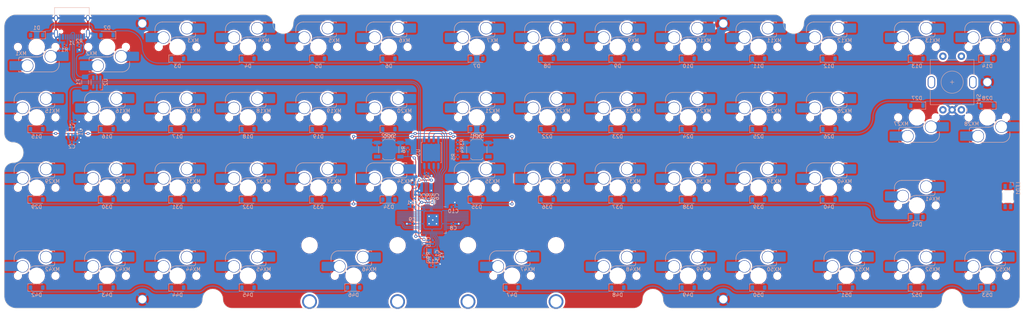
<source format=kicad_pcb>
(kicad_pcb (version 20221018) (generator pcbnew)
  (layers (0 "F.Cu" signal) (31 "B.Cu" signal) (34 "B.Paste" user) (35 "F.Paste" user) (36 "B.SilkS" user "B.Silkscreen") (37 "F.SilkS" user "F.Silkscreen") (38 "B.Mask" user) (39 "F.Mask" user) (44 "Edge.Cuts" user))
  (net 0 "")
  (net 1 "+5V")
  (net 2 "GND")
  (net 3 "+3V3")
  (net 4 "+1V1")
  (net 5 "Net-(C12-Pad2)")
  (net 6 "XIN")
  (net 7 "RGB")
  (net 8 "ROW0")
  (net 9 "Net-(D17-A)")
  (net 10 "Net-(D18-A)")
  (net 11 "Net-(D19-A)")
  (net 12 "Net-(D20-A)")
  (net 13 "Net-(D21-A)")
  (net 14 "Net-(D22-A)")
  (net 15 "Net-(D23-A)")
  (net 16 "Net-(D24-A)")
  (net 17 "Net-(D25-A)")
  (net 18 "Net-(D26-A)")
  (net 19 "Net-(D27-A)")
  (net 20 "Net-(D28-A)")
  (net 21 "ROW1")
  (net 22 "Net-(D29-A)")
  (net 23 "Net-(D30-A)")
  (net 24 "Net-(D31-A)")
  (net 25 "Net-(D32-A)")
  (net 26 "Net-(D33-A)")
  (net 27 "Net-(D34-A)")
  (net 28 "Net-(D35-A)")
  (net 29 "Net-(D36-A)")
  (net 30 "Net-(D37-A)")
  (net 31 "Net-(D38-A)")
  (net 32 "Net-(D39-A)")
  (net 33 "Net-(D40-A)")
  (net 34 "ROW2")
  (net 35 "Net-(D41-A)")
  (net 36 "Net-(D42-A)")
  (net 37 "Net-(D43-A)")
  (net 38 "Net-(D44-A)")
  (net 39 "Net-(D45-A)")
  (net 40 "Net-(D46-A)")
  (net 41 "Net-(D47-A)")
  (net 42 "Net-(D48-A)")
  (net 43 "Net-(D49-A)")
  (net 44 "Net-(D50-A)")
  (net 45 "Net-(D51-A)")
  (net 46 "Net-(D52-A)")
  (net 47 "ROW3")
  (net 48 "Net-(D53-A)")
  (net 49 "VCC")
  (net 50 "Net-(J1-CC1)")
  (net 51 "D+")
  (net 52 "D-")
  (net 54 "Net-(J1-CC2)")
  (net 56 "COL0")
  (net 57 "COL1")
  (net 58 "COL2")
  (net 59 "COL3")
  (net 60 "COL4")
  (net 61 "COL5")
  (net 62 "COL6")
  (net 63 "Net-(R3-Pad1)")
  (net 64 "QSPI_SS")
  (net 65 "Net-(SWR1-B)")
  (net 66 "RUN")
  (net 67 "Net-(U4-USB_DM)")
  (net 68 "Net-(U4-USB_DP)")
  (net 69 "XOUT")
  (net 70 "ENCB")
  (net 71 "ENCA")
  (net 72 "SWCLK")
  (net 73 "SWDIO")
  (net 76 "QSPI_D1")
  (net 77 "QSPI_D2")
  (net 78 "QSPI_D0")
  (net 79 "QSPI_CLK")
  (net 80 "QSPI_D3")
  (net 90 "Net-(D1-A)")
  (net 91 "Net-(D2-A)")
  (net 92 "Net-(D3-A)")
  (net 93 "Net-(D4-A)")
  (net 94 "Net-(D5-A)")
  (net 95 "Net-(D6-A)")
  (net 96 "Net-(D7-A)")
  (net 97 "ROW4")
  (net 98 "Net-(D8-A)")
  (net 99 "Net-(D9-A)")
  (net 100 "Net-(D10-A)")
  (net 101 "Net-(D11-A)")
  (net 102 "Net-(D12-A)")
  (net 103 "Net-(D13-A)")
  (net 104 "Net-(D14-A)")
  (net 105 "Net-(D15-A)")
  (net 106 "Net-(D16-A)")
  (net 107 "ROW5")
  (net 108 "ROW6")
  (net 109 "ROW7")
  (net 110 "unconnected-(U4-GPIO0-Pad2)")
  (net 111 "unconnected-(U4-GPIO1-Pad3)")
  (net 112 "unconnected-(U4-GPIO2-Pad4)")
  (net 113 "unconnected-(U4-GPIO3-Pad5)")
  (net 114 "unconnected-(U4-GPIO4-Pad6)")
  (net 115 "unconnected-(U4-GPIO5-Pad7)")
  (net 116 "unconnected-(U4-GPIO6-Pad8)")
  (net 117 "unconnected-(U4-GPIO9-Pad12)")
  (net 118 "unconnected-(U4-GPIO10-Pad13)")
  (net 122 "unconnected-(U4-GPIO19-Pad30)")
  (net 123 "unconnected-(U4-GPIO20-Pad31)")
  (net 124 "unconnected-(U4-GPIO23-Pad35)")
  (net 125 "unconnected-(U4-GPIO24-Pad36)")
  (net 126 "unconnected-(U4-GPIO25-Pad37)")
  (net 127 "unconnected-(U4-GPIO26{slash}ADC0-Pad38)")
  (net 128 "unconnected-(U4-GPIO27{slash}ADC1-Pad39)")
  (net 129 "unconnected-(U4-GPIO28{slash}ADC2-Pad40)")
  (net 130 "unconnected-(U4-GPIO29{slash}ADC3-Pad41)")
  (footprint "MountingHole:MountingHole_2.2mm_M2_Pad_TopOnly" (layer "F.Cu") (at 60.325 32.940625)
    (fp_text reference "H1" hide)
    (fp_text value "MountingHole_Pad")
  )
  (footprint "MountingHole:MountingHole_2.2mm_M2_Pad_TopOnly" (layer "F.Cu") (at 217.4875 32.940625)
    (fp_text reference "H2" hide)
    (fp_text value "MountingHole_Pad")
  )
  (footprint "MountingHole:MountingHole_2.2mm_M2_Pad_TopOnly" (layer "F.Cu") (at 217.4875 107.553125)
    (fp_text reference "H4" hide)
    (fp_text value "MountingHole_Pad")
  )
  (footprint "MountingHole:MountingHole_2.2mm_M2_Pad_TopOnly" (layer "F.Cu") (at 288.925 48.815625)
    (fp_text reference "H5" hide)
    (fp_text value "MountingHole_Pad")
  )
  (footprint "MountingHole:MountingHole_2.2mm_M2_Pad_TopOnly" (layer "F.Cu") (at 60.325 107.553125)
    (fp_text reference "H3" hide)
    (fp_text value "MountingHole_Pad")
  )
  (footprint "Diode_SMD:D_SOD-123" (layer "B.Cu") (at 31.75 80.565625)
    (fp_text reference "D29")
    (fp_text value "D_Small")
  )
  (footprint "Diode_SMD:D_SOD-123" (layer "B.Cu") (at 88.9 80.565625)
    (fp_text reference "D32")
    (fp_text value "D_Small")
  )
  (footprint "PCM_marbastlib-mx:SW_MX_HS_1u" (layer "B.Cu") (at 246.0625 58.340625 180)
    (fp_text reference "MX26")
    (fp_text value "MX-NoLED" hide)
  )
  (footprint "Capacitor_SMD:C_0402_1005Metric" (layer "B.Cu") (at 144.4625 87.121875)
    (fp_text reference "C8")
    (fp_text value "100n")
  )
  (footprint "PCM_marbastlib-mx:SW_MX_HS_1u" (layer "B.Cu") (at 107.95 77.390625 180)
    (fp_text reference "MX33")
    (fp_text value "MX-NoLED" hide)
  )
  (footprint "Diode_SMD:D_SOD-123" (layer "B.Cu") (at 160.3375 104.378125)
    (fp_text reference "D47")
    (fp_text value "D_Small")
  )
  (footprint "PCM_marbastlib-mx:SW_MX_HS_1u" (layer "B.Cu") (at 88.9 58.340625 180)
    (fp_text reference "MX18")
    (fp_text value "MX-NoLED" hide)
  )
  (footprint "Diode_SMD:D_SOD-123" (layer "B.Cu") (at 227.0125 104.378125)
    (fp_text reference "D50")
    (fp_text value "D_Small")
  )
  (footprint "PCM_marbastlib-mx:SW_MX_HS_1u" (layer "B.Cu") (at 117.475 101.203125 180)
    (fp_text reference "MX46")
    (fp_text value "MX-NoLED" hide)
  )
  (footprint "PCM_marbastlib-mx:SW_MX_HS_1u" (layer "B.Cu") (at 269.875 101.203125 180)
    (fp_text reference "MX52")
    (fp_text value "MX-NoLED" hide)
  )
  (footprint "Diode_SMD:D_SOD-123" (layer "B.Cu") (at 117.475 104.378125)
    (fp_text reference "D46")
    (fp_text value "D_Small")
  )
  (footprint "Diode_SMD:D_SOD-123" (layer "B.Cu") (at 288.925 104.378125)
    (fp_text reference "D53")
    (fp_text value "D_Small")
  )
  (footprint "Diode_SMD:D_SOD-123" (layer "B.Cu") (at 207.9625 42.465625)
    (fp_text reference "D10")
    (fp_text value "D_Small")
  )
  (footprint "Capacitor_SMD:C_0402_1005Metric" (layer "B.Cu") (at 137.194375 73.546875)
    (fp_text reference "C3")
    (fp_text value "100n")
  )
  (footprint "Capacitor_SMD:C_0402_1005Metric" (layer "B.Cu") (at 138.90625 92.075 -90)
    (fp_text reference "C15")
    (fp_text value "100n")
  )
  (footprint "PCM_marbastlib-mx:SW_MX_HS_1u" (layer "B.Cu") (at 69.85 39.290625 180)
    (fp_text reference "MX3")
    (fp_text value "MX-NoLED" hide)
  )
  (footprint "Diode_SMD:D_SOD-123" (layer "B.Cu") (at 188.9125 42.465625)
    (fp_text reference "D9")
    (fp_text value "D_Small")
  )
  (footprint "Fuse:Fuse_1206_3216Metric" (layer "B.Cu") (at 44.846875 48.815625 -90)
    (fp_text reference "F1")
    (fp_text value "Fuse_Small")
  )
  (footprint "PCM_marbastlib-mx:SW_MX_HS_1u" (layer "B.Cu") (at 150.8125 77.390625 180)
    (fp_text reference "MX35")
    (fp_text value "MX-NoLED" hide)
  )
  (footprint "PCM_marbastlib-mx:SW_MX_HS_1u" (layer "B.Cu") (at 188.9125 77.390625 180)
    (fp_text reference "MX37")
    (fp_text value "MX-NoLED" hide)
  )
  (footprint "Diode_SMD:D_SOD-123" (layer "B.Cu") (at 227.0125 80.565625)
    (fp_text reference "D39")
    (fp_text value "D_Small")
  )
  (footprint "PCM_marbastlib-various:SOT-23-6-routable" (layer "B.Cu") (at 48.021875 48.815625 90)
    (fp_text reference "U2")
    (fp_text value "SRV05-4")
  )
  (footprint "PCM_marbastlib-mx:SW_MX_HS_1u" (layer "B.Cu") (at 188.9125 39.290625 180)
    (fp_text reference "MX9")
    (fp_text value "MX-NoLED" hide)
  )
  (footprint "Resistor_SMD:R_0402_1005Metric" (layer "B.Cu") (at 145.653125 69.05625 -90)
    (fp_text reference "R5")
    (fp_text value "1k")
  )
  (footprint "PCM_marbastlib-mx:SW_MX_HS_1u" (layer "B.Cu") (at 169.8625 58.340625 180)
    (fp_text reference "MX22")
    (fp_text value "MX-NoLED" hide)
  )
  (footprint "Package_DFN_QFN:QFN-56-1EP_7x7mm_P0.4mm_EP3.2x3.2mm" (layer "B.Cu") (at 138.90625 86.121875 180)
    (fp_text reference "U4")
    (fp_text value "RP2040TR7")
  )
  (footprint "Resistor_SMD:R_0402_1005Metric" (layer "B.Cu") (at 137.696875 79.771875 90)
    (fp_text reference "R8")
    (fp_text value "27")
  )
  (footprint "Resistor_SMD:R_0402_1005Metric" (layer "B.Cu") (at 132.159375 67.071875 -90)
    (fp_text reference "R6")
    (fp_text value "5.1k")
  )
  (footprint "Diode_SMD:D_SOD-123" (layer "B.Cu") (at 288.925 55.165625 180)
    (fp_text reference "D28")
    (fp_text value "D_Small")
  )
  (footprint "PCM_marbastlib-mx:SW_MX_HS_1u" (layer "B.Cu") (at 246.0625 77.390625 180)
    (fp_text reference "MX40")
    (fp_text value "MX-NoLED" hide)
  )
  (footprint "Diode_SMD:D_SOD-123" (layer "B.Cu") (at 50.8 80.565625)
    (fp_text reference "D30")
    (fp_text value "D_Small")
  )
  (footprint "Button_Switch_SMD:SW_SPST_TL3342" (layer "B.Cu") (at 150.8125 67.071875 180)
    (fp_text reference "SWR1")
    (fp_text value "SW_SPST")
  )
  (footprint "PCM_marbastlib-mx:SW_MX_HS_1u" (layer "B.Cu") (at 127 77.390625 180)
    (fp_text reference "MX34")
    (fp_text value "MX-NoLED" hide)
  )
  (footprint "PCM_marbastlib-mx:SW_MX_HS_1u" (layer "B.Cu") (at 288.925 39.290625 180)
    (fp_text reference "MX14")
    (fp_text value "MX-NoLED" hide)
  )
  (footprint "Diode_SMD:D_SOD-123" (layer "B.Cu") (at 269.875 42.465625)
    (fp_text reference "D13")
    (fp_text value "D_Small")
  )
  (footprint "Diode_SMD:D_SOD-123" (layer "B.Cu") (at 207.9625 61.515625)
    (fp_text reference "D24")
    (fp_text value "D_Small")
  )
  (footprint "Diode_SMD:D_SOD-123" (layer "B.Cu") (at 69.85 42.465625)
    (fp_text reference "D3")
    (fp_text value "D_Small")
  )
  (footprint "Capacitor_SMD:C_0402_1005Metric" (layer "B.Cu") (at 134.125 79.771875 90)
    (fp_text reference "C4")
    (fp_text value "1u")
  )
  (footprint "Diode_SMD:D_SOD-123" (layer "B.Cu") (at 88.9 104.378125)
    (fp_text reference "D45")
    (fp_text value "D_Small")
  )
  (footprint "Diode_SMD:D_SOD-123" (layer "B.Cu") (at 269.875 85.328125)
    (fp_text reference "D41")
    (fp_text value "D_Small")
  )
  (footprint "PCM_marbastlib-mx:SW_MX_HS_1u" (layer "B.Cu") (at 246.0625 39.290625 180)
    (fp_text reference "MX12")
    (fp_text value "MX-NoLED" hide)
  )
  (footprint "Rotary_Encoder:RotaryEncoder_Alps_EC11E-Switch_Vertical_H20mm" (layer "B.Cu") (at 279.4 48.815625 90)
    (fp_text reference "SW1")
    (fp_text value "RotaryEncoder_Switch")
  )
  (footprint "Diode_SMD:D_SOD-123" (layer "B.Cu") (at 288.925 42.465625)
    (fp_text reference "D14")
    (fp_text value "D_Small")
  )
  (footprint "Diode_SMD:D_SOD-123" (layer "B.Cu") (at 250.825 104.378125)
    (fp_text reference "D51")
    (fp_text value "D_Small")
  )
  (footprint "PCM_marbastlib-mx:SW_MX_HS_1u" (layer "B.Cu") (at 250.825 101.203125 180)
    (fp_text reference "MX51")
    (fp_text value "MX-NoLED" hide)
  )
  (footprint "PCM_marbastlib-mx:SW_MX_HS_1u" (layer "B.Cu") (at 69.85 101.203125 180)
    (fp_text reference "MX44")
    (fp_text value "MX-NoLED" hide)
  )
  (footprint "Resistor_SMD:R_0402_1005Metric" (layer "B.Cu") (at 136.50625 79.771875 90)
    (fp_text reference "R7")
    (fp_text value "27")
  )
  (footprint "PCM_marbastlib-mx:SW_MX_HS_1u" (layer "B.Cu") (at 188.9125 58.340625 180)
    (fp_text reference "MX23")
    (fp_text value "MX-NoLED" hide)
  )
  (footprint "Resistor_SMD:R_0402_1005Metric" (layer "B.Cu") (at 145.653125 67.071875 90)
    (fp_text reference "R4")
    (fp_text value "5.1k")
  )
  (footprint "Capacitor_SMD:C_0402_1005Metric" (layer "B.Cu") (at 41.275 65.0875)
    (fp_text reference "C2")
    (fp_text value "1u")
  )
  (footprint "PCM_marbastlib-mx:SW_MX_HS_1u" (layer "B.Cu") (at 50.8 101.203125 180)
    (fp_text reference "MX43")
    (fp_text value "MX-NoLED" hide)
  )
  (footprint "Diode_SMD:D_SOD-123" (layer "B.Cu") (at 207.9625 80.565625)
    (fp_text reference "D38")
    (fp_text value "D_Small")
  )
  (footprint "Diode_SMD:D_SOD-123" (layer "B.Cu") (at 150.8125 61.515625)
    (fp_text reference "D21")
    (fp_text value "D_Small")
  )
  (footprint "PCM_marbastlib-mx:SW_MX_HS_1u" (layer "B.Cu") (at 150.8125 58.340625 180)
    (fp_text reference "MX21")
    (fp_text value "MX-NoLED" hide)
  )
  (footprint "PCM_marbastlib-mx:SW_MX_HS_1u" (layer "B.Cu") (at 107.95 39.290625 180)
    (fp_text reference "MX5")
    (fp_text value "MX-NoLED" hide)
  )
  (footprint "PCM_marbastlib-mx:SW_MX_HS_1u" (layer "B.Cu") (at 288.925 58.340625)
    (fp_text reference "MX28")
    (fp_text value "MX-NoLED" hide)
  )
  (footprint "PCM_marbastlib-mx:SW_MX_HS_1u" (layer "B.Cu") (at 169.8625 77.390625 180)
    (fp_text reference "MX36")
    (fp_text value "MX-NoLED" hide)
  )
  (footprint "PCM_marbastlib-mx:SW_MX_HS_1u" (layer "B.Cu") (at 188.9125 101.203125 180)
    (fp_text reference "MX48")
    (fp_text value "MX-NoLED" hide)
  )
  (footprint "PCM_marbastlib-mx:SW_MX_HS_1u" (layer "B.Cu") (at 88.9 39.290625 180)
    (fp_text reference "MX4")
    (fp_text value "MX-NoLED" hide)
  )
  (footprint "PCM_marbastlib-mx:SW_MX_HS_1u" (layer "B.Cu") (at 150.8125 39.290625 180)
    (fp_text reference "MX7")
    (fp_text value "MX-NoLED" hide)
  )
  (footprint "Capacitor_SMD:C_0402_1005Metric" (layer "B.Cu") (at 134.30625 76.521875 180)
    (fp_text reference "C14")
    (fp_text value "10u")
  )
  (footprint "PCM_marbastlib-mx:SW_MX_HS_1u" (layer "B.Cu") (at 127 58.340625 180)
    (fp_text reference "MX20")
    (fp_text value "MX-NoLED" hide)
  )
  (footprint "Diode_SMD:D_SOD-123" (layer "B.Cu") (at 188.9125 61.515625)
    (fp_text reference "D23")
    (fp_text value "D_Small")
  )
  (footprint "Diode_SMD:D_SOD-123" (layer "B.Cu") (at 88.9 42.465625)
    (fp_text reference "D4")
    (fp_text value "D_Small")
  )
  (footprint "Diode_SMD:D_SOD-123" (layer "B.Cu") (at 246.0625 80.565625)
    (fp_text reference "D40")
    (fp_text value "D_Small")
  )
  (footprint "Diode_SMD:D_SOD-123" (layer "B.Cu") (at 169.8625 42.465625)
    (fp_text reference "D8")
    (fp_text value "D_Small")
  )
  (footprint "Button_Switch_SMD:SW_SPST_TL3342" (layer "B.Cu") (at 127 67.071875 180)
    (fp_text reference "SWR2")
    (fp_text value "SW_SPST")
  )
  (footprint "Diode_SMD:D_SOD-123" (layer "B.Cu") (at 227.0125 61.515625)
    (fp_text reference "D25")
    (fp_text value "D_Small")
  )
  (footprint "Diode_SMD:D_SOD-123" (layer "B.Cu") (at 150.8125 80.565625)
    (fp_text reference "D35")
    (fp_text value "D_Small")
  )
  (footprint "Diode_SMD:D_SOD-123" (layer "B.Cu") (at 31.75 36.115625 180)
    (fp_text reference "D1")
    (fp_text value "D_Small")
  )
  (footprint "Resistor_SMD:R_0402_1005Metric" (layer "B.Cu") (at 39.290625 38.89375)
    (fp_text reference "R1")
    (fp_text value "5.1k")
  )
  (footprint "PCM_marbastlib-mx:STAB_MX_P_2u" (layer "B.Cu") (at 160.3375 101.203125)
    (fp_text reference "S2" hide)
    (fp_text value "MX_stab")
  )
  (footprint "Package_TO_SOT_SMD:SOT-23" (layer "B.Cu") (at 41.275 62.309375 90)
    (fp_text reference "U1")
    (fp_text value "XC6206PxxxMR")
  )
  (footprint "PCM_marbastlib-mx:SW_MX_HS_1u" (layer "B.Cu") (at 88.9 101.203125 180)
    (fp_text reference "MX45")
    (fp_text value "MX-NoLED" hide)
  )
  (footprint "PCM_marbastlib-mx:SW_MX_HS_1u" (layer "B.Cu") (at 88.9 77.390625 180)
    (fp_text reference "MX32")
    (fp_text value "MX-NoLED" hide)
  )
  (footprint "Connector_USB:USB_C_Receptacle_HRO_TYPE-C-31-M-12" (layer "B.Cu") (at 41.275 32.54375)
    (fp_text reference "J1")
    (fp_text value "USB_C_Receptacle_USB2.0")
  )
  (footprint "Diode_SMD:D_SOD-123" (layer "B.Cu") (at 246.0625 42.465625)
    (fp_text reference "D12")
    (fp_text value "D_Small")
  )
  (footprint "PCM_marbastlib-mx:SW_MX_HS_1u" (layer "B.Cu") (at 31.75 39.290625)
    (fp_text reference "MX1")
    (fp_text value "MX-NoLED" hide)
  )
  (footprint "Capacitor_SMD:C_0402_1005Metric" (layer "B.Cu") (at 137.715625 92.075 -90)
    (fp_text reference "C7")
    (fp_text value "100n")
  )
  (footprint "Diode_SMD:D_SOD-123" (layer "B.Cu") (at 169.8625 80.565625)
    (fp_text reference "D36")
    (fp_text value "D_Small")
  )
  (footprint "PCM_marbastlib-mx:SW_MX_HS_1u" (layer "B.Cu") (at 227.0125 77.390625 180)
    (fp_text reference "MX39")
    (fp_text value "MX-NoLED" hide)
  )
  (footprint "PCM_marbastlib-mx:SW_MX_HS_1u" (layer "B.Cu") (at 50.8 39.290625)
    (fp_text reference "MX2")
    (fp_text value "MX-NoLED" hide)
  )
  (footprint "Capacitor_SMD:C_0402_1005Metric" (layer "B.Cu") (at 138.90625 98.425 180)
    (fp_text reference "C12")
    (fp_text value "22p")
  )
  (footprint "Capacitor_SMD:C_0402_1005Metric" (layer "B.Cu") (at 41.275 59.53125)
    (fp_text reference "C1")
    (fp_text value "1u")
  )
  (footprint "PCM_marbastlib-mx:SW_MX_HS_1u" (layer "B.Cu") (at 31.75 58.340625 180)
    (fp_text reference "MX15")
    (fp_text value "MX-NoLED" hide)
  )
  (footprint "PCM_marbastlib-mx:SW_MX_HS_1u" (layer "B.Cu") (at 207.9625 39.290625 180)
    (fp_text reference "MX10")
    (fp_text value "MX-NoLED" hide)
  )
  (footprint "Diode_SMD:D_SOD-123" (layer "B.Cu") (at 69.85 61.515625)
    (fp_text reference "D17")
    (fp_text value "D_Small")
  )
  (footprint "Resistor_SMD:R_0402_1005Metric" (layer "B.Cu") (at 136.525 95.646875 90)
    (fp_text reference "R9")
    (fp_text value "1k")
  )
  (footprint "PCM_marbastlib-mx:SW_MX_HS_1u" (layer "B.Cu") (at 69.85 58.340625 180)
    (fp_text reference "MX17")
    (fp_text value "MX-NoLED" hide)
  )
  (footprint "PCM_marbastlib-mx:SW_MX_HS_1u" (layer "B.Cu") (at 50.8 77.390625 180)
    (fp_text reference "MX30")
    (fp_text value "MX-NoLED" hide)
  )
  (footprint "Diode_SMD:D_SOD-123" (layer "B.Cu") (at 107.95 42.465625)
    (fp_text reference "D5")
    (fp_text value "D_Small")
  )
  (footprint "Diode_SMD:D_SOD-123" (layer "B.Cu") (at 150.8125 42.465625)
    (fp_text reference "D7")
    (fp_text value "D_Small")
  )
  (footprint "Capacitor_SMD:C_0402_1005Metric" (layer "B.Cu") (at 138.8875 79.771875 90)
    (fp_text reference "C6")
    (fp_text value "100n")
  )
  (footprint "Diode_SMD:D_SOD-123" (layer "B.Cu") (at 50.8 36.115625 180)
    (fp_text reference "D2")
    (fp_text value "D_Small")
  )
  (footprint "Diode_SMD:D_SOD-123" (layer "B.Cu") (at 169.8625 61.515625)
    (fp_text reference "D22")
    (fp_text value "D_Small")
  )
  (footprint "Diode_SMD:D_SOD-123" (layer "B.Cu") (at 269.875 104.378125)
    (fp_text reference "D52")
    (fp_text value "D_Small")
  )
  (footprint "Diode_SMD:D_SOD-123" (layer "B.Cu") (at 31.75 61.515625)
    (fp_text reference "D15")
    (fp_text value "D_Small")
  )
  (footprint "PCM_marbastlib-mx:SW_MX_HS_1u" (layer "B.Cu") (at 207.9625 77.390625 180)
    (fp_text reference "MX38")
    (fp_text value "MX-NoLED" hide)
  )
  (footprint "PCM_marbastlib-mx:SW_MX_HS_1u" (layer "B.Cu") (at 269.875 82.153125 180)
    (fp_text reference "MX41")
    (fp_text value "MX-NoLED" hide)
  )
  (footprint "Diode_SMD:D_SOD-123" (layer "B.Cu") (at 107.95 80.565625)
    (fp_text reference "D33")
    (fp_text value "D_Small")
  )
  (footprint "PCM_marbastlib-mx:SW_MX_HS_1u" (layer "B.Cu") (at 169.8625 39.290625 180)
    (fp_text reference "MX8")
    (fp_text value "MX-NoLED" hide)
  )
  (footprint "PCM_marbastlib-mx:SW_MX_HS_1u" (layer "B.Cu") (at 227.0125 58.340625 180)
    (fp_text reference "MX25")
    (fp_text value "MX-NoLED" hide)
  )
  (footprint "PCM_marbastlib-mx:SW_MX_HS_1u" (layer "B.Cu") (at 269.875 58.340625)
    (fp_text reference "MX27")
    (fp_text value "MX-NoLED" hide)
  )
  (footprint "Capacitor_SMD:C_0402_1005Metric" (layer "B.Cu") (at 135.315625 79.771875 90)
    (fp_text reference "C5")
    (fp_text value "1u")
  )
  (footprint "Diode_SMD:D_SOD-123" (layer "B.Cu") (at 50.8 61.515625)
    (fp_text reference "D16")
    (fp_text value "D_Small")
  )
  (footprint "PCM_marbastlib-mx:SW_MX_HS_1u" (layer "B.Cu") (at 31.75 77.390625 180)
    (fp_text reference "MX29")
    (fp_text value "MX-NoLED" hide)
  )
  (footprint "Diode_SMD:D_SOD-123" (layer "B.Cu") (at 31.75 104.378125)
    (fp_text reference "D42")
    (fp_text value "D_Small")
  )
  (footprint "PCM_marbastlib-mx:SW_MX_HS_1u" (layer "B.Cu") (at 227.0125 39.290625 180)
    (fp_text reference "MX11")
    (fp_text value "MX-NoLED" hide)
  )
  (footprint "PCM_marbastlib-mx:SW_MX_HS_1u" (layer "B.Cu") (at 269.875 39.290625 180)
    (fp_text reference "MX13")
    (fp_text value "MX-NoLED" hide)
  )
  (footprint "PCM_marbastlib-mx:SW_MX_HS_1u" (layer "B.Cu") (at 288.925 101.203125 180)
    (fp_text reference "MX53")
    (fp_text value "MX-NoLED" hide)
  )
  (footprint "Capacitor_SMD:C_0402_1005Metric" (layer "B.Cu") (at 144.4625 82.55)
    (fp_text reference "C10")
    (fp_text value "100n")
  )
  (footprint "Resistor_SMD:R_0402_1005Metric" (layer "B.Cu") (at 145.653125 65.0875 90)
    (fp_text reference "R3")
    (fp_text value "5.1k")
  )
  (footprint "Diode_SMD:D_SOD-123" (layer "B.Cu") (at 207.9625 104.378125)
    (fp_text reference "D49")
    (fp_text value "D_Small")
  )
  (footprint "Diode_SMD:D_SOD-123" (layer "B.Cu") (at 127 42.465625)
    (fp_text reference "D6")
    (fp_text value "D_Small")
  )
  (footprint "Diode_SMD:D_SOD-123" (layer "B.Cu") (at 127 61.515625)
    (fp_text reference "D20")
    (fp_text value "D_Small")
  )
  (footprint "Diode_SMD:D_SOD-123" (layer "B.Cu") (at 188.9125 80.565625)
    (fp_text reference "D37")
    (fp_text value "D_Small")
  )
  (footprint "Capacitor_SMD:C_0402_1005Metric" (layer "B.Cu") (at 133.35 87.121875 180)
    (fp_text reference "C9")
    (fp_text value "100n")
  )
  (footprint "PCM_marbastlib-mx:SW_MX_HS_1u" (layer "B.Cu") (at 69.85 77.390625 180)
    (fp_text reference "MX31")
    (fp_text value "MX-NoLED" hide)
  )
  (footprint "Diode_SMD:D_SOD-123" (layer "B.Cu") (at 69.85 80.565625)
    (fp_text reference "D31")
    (fp_text value "D_Small")
  )
  (footprint "Capacitor_SMD:C_0402_1005Metric" (layer "B.Cu") (at 133.35 82.55 180)
    (fp_text reference "C11")
    (fp_text value "100n")
  )
  (footprint "PCM_marbastlib-mx:SW_MX_HS_1u" (layer "B.Cu") (at 127 39.290625 180)
    (fp_text reference "MX6")
    (fp_text value "MX-NoLED" hide)
  )
  (footprint "PCM_marbastlib-mx:SW_MX_HS_1u" (layer "B.Cu") (at 207.9625 58.340625 180)
    (fp_text reference "MX24")
    (fp_text value "MX-NoLED" hide)
  )
  (footprint "Diode_SMD:D_SOD-123" (layer "B.Cu") (at 50.8 104.378125)
    (fp_text reference "D43")
    (fp_text value "D_Small")
  )
  (footprint "Diode_SMD:D_SOD-123" (layer "B.Cu") (at 227.0125 42.465625)
    (fp_text reference "D11")
    (fp_text value "D_Small")
  )
  (footprint "Capacitor_SMD:C_0402_1005Metric" (layer "B.Cu") (at 141.2875 95.646875 -90)
    (fp_text reference "C13")
    (fp_text value "22p")
  )
  (footprint "Diode_SMD:D_SOD-123" (layer "B.Cu") (at 88.9 61.515625)
    (fp_text reference "D18")
    (fp_text value "D_Small")
  )
  (footprint "PCM_marbastlib-mx:SW_MX_HS_1u" (layer "B.Cu") (at 207.9625 101.203125 180)
    (fp_text reference "MX49")
    (fp_text value "MX-NoLED" hide)
  )
  (footprint "Resistor_SMD:R_0402_1005Metric" (layer "B.Cu") (at 43.259375 38.89375 180)
    (fp_text reference "R2")
    (fp_text value "5.1k")
  )
  (footprint "Package_SO:SOIC-8_5.23x5.23mm_P1.27mm" (layer "B.Cu") (at 138.509375 67.865625 -90)
    (fp_text reference "U3")
    (fp_text value "W25Q128JVS")
  )
  (footprint "Diode_SMD:D_SOD-123" (layer "B.Cu") (at 107.95 61.515625)
    (fp_text reference "D19")
    (fp_text value "D_Small")
  )
  (footprint "PCM_marbastlib-mx:SW_MX_HS_1u" (layer "B.Cu") (at 107.95 58.340625 180)
    (fp_text reference "MX19")
    (fp_text value "MX-NoLED" hide)
  )
  (footprint "Diode_SMD:D_SOD-123" (layer "B.Cu") (at 127 80.565625)
    (fp_text reference "D34")
    (fp_text value "D_Small")
  )
  (footprint "PCM_marbastlib-various:LED_6028R" (layer "B.Cu") (at 294.48125 79.771875 -90)
    (fp_text reference "LED1")
    (fp_text value "SK6812MINI-E" hide)
    (fp_line (start -1.699999 0.702843) (end -1.699999 -0.702841) (stroke (width 0.1)) (layer "Edge.Cuts"))
    (fp_line (start -0.794452 -1.499999) (end 0.794452 -1.499999) (stroke (width 0.1)) (layer "Edge.Cuts"))
    (fp_line (start 0.794452 1.5) (end -0.794453 1.5) (stroke (width 0.1)) (layer "Edge.Cuts"))
    (fp_line (start 1.699999 -0.702841) (end 1.699999 0.702843) (stroke (width 0.1)) (layer "Edge.Cuts"))
    (fp_arc (start -1.749484 -0.919719) (mid -1.712527 -0.814067) (end -1.699999 -0.702841) (stroke (width 0.1)) (layer "Edge.Cuts"))
    (fp_arc (start -1.749484 -0.919718) (mid -1.638072 -1.504034) (end -1.046711 -1.568298) (stroke (width 0.1)) (layer "Edge.Cuts"))
    (fp_arc (start -1.699999 0.702844) (mid -1.712527 0.814069) (end -1.749484 0.919721) (stroke (width 0.1)) (layer "Edge.Cuts"))
    (fp_arc (start -1.046711 1.568299) (mid -1.638071 1.504036) (end -1.749484 0.919721) (stroke (width 0.1)) (layer "Edge.Cuts"))
    (fp_arc (start -1.046711 1.568299) (mid -0.925123 1.517377) (end -0.794453 1.5) (stroke (width 0.1)) (layer "Edge.Cuts"))
    (fp_arc (start -0.794452 -1.499999) (mid -0.925123 -1.517376) (end -1.046711 -1.568298) (stroke (width 0.1)) (layer "Edge.Cuts"))
    (fp_arc (start 0.794453 1.500001) (mid 0.925123 1.517378) (end 1.046711 1.5683) (stroke (width 0.1)) (layer "Edge.Cuts"))
    (fp_arc (start 1.04671 -1.568298) (mid 0.925122 -1.517376) (end 0.794452 -1.499999) (stroke (width 0.1)) (layer "Edge.Cuts"))
    (fp_arc (start 1.046711 -1.568296) (mid 1.638069 -1.504034) (end 1.749484 -0.919719) (stroke (width 0.1)) (layer "Edge.Cuts"))
    (fp_arc (start 1.699999 -0.702842) (mid 1.712536 -0.814065) (end 1.749484 -0.919719) (stroke (width 0.1)) (layer "Edge.Cuts"))
    (fp_arc (start 1.749484 0.919721) (mid 1.638072 1.504036) (end 1.046711 1.5683) (stroke (width 0.1)) (layer "Edge.Cuts"))
    (fp_arc (start 1.749484 0.919721) (mid 1.71254 0.814067) (end 1.699999 0.702843) (stroke (width 0.1)) (layer "Edge.Cuts"))
  )
  (footprint "PCM_marbastlib-mx:SW_MX_HS_1u" (layer "B.Cu") (at 160.3375 101.203125 180)
    (fp_text reference "MX47")
    (fp_text value "MX-NoLED" hide)
  )
  (footprint "PCM_marbastlib-mx:STAB_MX_P_2u" (layer "B.Cu") (at 117.475 101.203125)
    (fp_text reference "S1" hide)
    (fp_text value "MX_stab")
  )
  (footprint "Crystal:Crystal_SMD_3225-4Pin_3.2x2.5mm" (layer "B.Cu") (at 138.90625 95.646875 90)
    (fp_text reference "Y1")
    (fp_text value "Crystal_GND24_Small")
  )
  (footprint "Diode_SMD:D_SOD-123" (layer "B.Cu") (at 69.85 104.378125)
    (fp_text reference "D44")
    (fp_text value "D_Small")
  )
  (footprint "PCM_marbastlib-mx:SW_MX_HS_1u" (layer "B.Cu") (at 50.8 58.340625 180)
    (fp_text reference "MX16")
    (fp_text value "MX-NoLED" hide)
  )
  (footprint "PCM_marbastlib-mx:SW_MX_HS_1u" (layer "B.Cu") (at 31.75 101.203125 180)
    (fp_text reference "MX42")
    (fp_text value "MX-NoLED" hide)
  )
  (footprint "Diode_SMD:D_SOD-123" (layer "B.Cu") (at 188.9125 104.378125)
    (fp_text reference "D48")
    (fp_text value "D_Small")
  )
  (footprint "Diode_SMD:D_SOD-123" (layer "B.Cu") (at 246.0625 61.515625)
    (fp_text reference "D26")
    (fp_text value "D_Small")
  )
  (footprint "Diode_SMD:D_SOD-123" (layer "B.Cu") (at 269.875 55.165625 180)
    (fp_text reference "D27")
    (fp_text value "D_Small")
  )
  (footprint "PCM_marbastlib-mx:SW_MX_HS_1u" (layer "B.Cu") (at 227.0125 101.203125 180)
    (fp_text reference "MX50")
    (fp_text value "MX-NoLED" hide)
  )
  (gr_arc (start 76.596875 107.553125) (mid 79.375 104.775) (end 82.153125 107.553125) (stroke (width 0.1)) (layer "Edge.Cuts"))
  (gr_line (start 23.01875 62.70625) (end 23.01875 33.734375) (stroke (width 0.1)) (layer "Edge.Cuts"))
  (gr_arc (start 276.621875 107.553125) (mid 275.924423 109.236923) (end 274.240625 109.934375) (stroke (width 0.1)) (layer "Edge.Cuts"))
  (gr_line (start 26.19375 30.559375) (end 93.265625 30.559375) (stroke (width 0.1)) (layer "Edge.Cuts"))
  (gr_line (start 297.65625 33.734375) (end 297.65625 106.759375) (stroke (width 0.1)) (layer "Edge.Cuts"))
  (gr_arc (start 195.659375 107.553125) (mid 194.961923 109.236923) (end 193.278125 109.934375) (stroke (width 0.1)) (layer "Edge.Cuts"))
  (gr_arc (start 76.596875 107.553125) (mid 75.899423 109.236923) (end 74.215625 109.934375) (stroke (width 0.1)) (layer "Edge.Cuts"))
  (gr_arc (start 25.4 65.0875) (mid 28.178125 67.865625) (end 25.4 70.64375) (stroke (width 0.1)) (layer "Edge.Cuts"))
  (gr_line (start 241.696875 30.559375) (end 294.48125 30.559375) (stroke (width 0.1)) (layer "Edge.Cuts"))
  (gr_arc (start 239.315625 32.940625) (mid 240.013077 31.256827) (end 241.696875 30.559375) (stroke (width 0.1)) (layer "Edge.Cuts"))
  (gr_arc (start 23.01875 33.734375) (mid 23.948686 31.489311) (end 26.19375 30.559375) (stroke (width 0.1)) (layer "Edge.Cuts"))
  (gr_arc (start 297.65625 106.759375) (mid 296.726314 109.004439) (end 294.48125 109.934375) (stroke (width 0.1)) (layer "Edge.Cuts"))
  (gr_line (start 274.240625 109.934375) (end 203.596875 109.934375) (stroke (width 0.1)) (layer "Edge.Cuts"))
  (gr_arc (start 26.19375 109.934375) (mid 23.948686 109.004439) (end 23.01875 106.759375) (stroke (width 0.1)) (layer "Edge.Cuts"))
  (gr_line (start 103.584375 30.559375) (end 231.378125 30.559375) (stroke (width 0.1)) (layer "Edge.Cuts"))
  (gr_line (start 74.215625 109.934375) (end 26.19375 109.934375) (stroke (width 0.1)) (layer "Edge.Cuts"))
  (gr_arc (start 276.621875 107.553125) (mid 279.4 104.775) (end 282.178125 107.553125) (stroke (width 0.1)) (layer "Edge.Cuts"))
  (gr_arc (start 93.265625 30.559375) (mid 94.949423 31.256827) (end 95.646875 32.940625) (stroke (width 0.1)) (layer "Edge.Cuts"))
  (gr_arc (start 203.596875 109.934375) (mid 201.913077 109.236923) (end 201.215625 107.553125) (stroke (width 0.1)) (layer "Edge.Cuts"))
  (gr_arc (start 284.559375 109.934375) (mid 282.875577 109.236923) (end 282.178125 107.553125) (stroke (width 0.1)) (layer "Edge.Cuts"))
  (gr_line (start 23.01875 106.759375) (end 23.01875 73.025) (stroke (width 0.1)) (layer "Edge.Cuts"))
  (gr_arc (start 25.4 65.0875) (mid 23.716202 64.390048) (end 23.01875 62.70625) (stroke (width 0.1)) (layer "Edge.Cuts"))
  (gr_line (start 84.534375 109.934375) (end 193.278125 109.934375) (stroke (width 0.1)) (layer "Edge.Cuts"))
  (gr_arc (start 231.378125 30.559375) (mid 233.061923 31.256827) (end 233.759375 32.940625) (stroke (width 0.1)) (layer "Edge.Cuts"))
  (gr_arc (start 195.659375 107.553125) (mid 198.4375 104.775) (end 201.215625 107.553125) (stroke (width 0.1)) (layer "Edge.Cuts"))
  (gr_arc (start 101.203125 32.940625) (mid 98.425 35.71875) (end 95.646875 32.940625) (stroke (width 0.1)) (layer "Edge.Cuts"))
  (gr_arc (start 23.01875 73.025) (mid 23.716202 71.341202) (end 25.4 70.64375) (stroke (width 0.1)) (layer "Edge.Cuts"))
  (gr_arc (start 84.534375 109.934375) (mid 82.850577 109.236923) (end 82.153125 107.553125) (stroke (width 0.1)) (layer "Edge.Cuts"))
  (gr_arc (start 101.203125 32.940625) (mid 101.900577 31.256827) (end 103.584375 30.559375) (stroke (width 0.1)) (layer "Edge.Cuts"))
  (gr_line (start 284.559375 109.934375) (end 294.48125 109.934375) (stroke (width 0.1)) (layer "Edge.Cuts"))
  (gr_arc (start 239.315625 32.940625) (mid 236.5375 35.71875) (end 233.759375 32.940625) (stroke (width 0.1)) (layer "Edge.Cuts"))
  (gr_arc (start 294.48125 30.559375) (mid 296.726314 31.489311) (end 297.65625 33.734375) (stroke (width 0.1)) (layer "Edge.Cuts"))
  (segment (start 44.846875 50.215625) (end 42.25625 50.215625) (width 0.25) (layer "B.Cu") (net 1))
  (segment (start 40.795 51.676875) (end 40.795 59.53125) (width 0.25) (layer "B.Cu") (net 1))
  (segment (start 41.275 61.283141) (end 41.275 61.371875) (width 0.25) (layer "B.Cu") (net 1))
  (segment (start 40.795 59.53125) (end 40.795 60.124319) (width 0.25) (layer "B.Cu") (net 1))
  (arc (start 40.795 60.124319) (mid 40.816603 60.232927) (end 40.878125 60.325) (width 0.25) (layer "B.Cu") (net 1))
  (arc (start 40.878125 60.325) (mid 41.171855 60.764599) (end 41.275 61.283141) (width 0.25) (layer "B.Cu") (net 1))
  (arc (start 42.25625 50.215625) (mid 41.22299 50.643615) (end 40.795 51.676875) (width 0.25) (layer "B.Cu") (net 1))
  (via (at 132.953125 81.359375) (size 0.8) (drill 0.4) (layers "F.Cu" "B.Cu") (net 2))
  (via (at 137.90625 87.121875) (size 0.8) (drill 0.4) (layers "F.Cu" "B.Cu") (net 2))
  (via (at 145.90625 87.121875) (size 0.8) (drill 0.4) (layers "F.Cu" "B.Cu") (net 2))
  (via (at 43.259375 40.084375) (size 0.8) (drill 0.4) (layers "F.Cu" "B.Cu") (net 2))
  (via (at 139.90625 87.121875) (size 0.8) (drill 0.4) (layers "F.Cu" "B.Cu") (net 2))
  (via (at 135.30625 78.121875) (size 0.8) (drill 0.4) (layers "F.Cu" "B.Cu") (net 2))
  (via (at 144.859375 81.359375) (size 0.8) (drill 0.4) (layers "F.Cu" "B.Cu") (net 2))
  (via (at 131.90625 87.121875) (size 0.8) (drill 0.4) (layers "F.Cu" "B.Cu") (net 2))
  (via (at 139.90625 85.121875) (size 0.8) (drill 0.4) (layers "F.Cu" "B.Cu") (net 2))
  (via (at 136.525 92.471875) (size 0.8) (drill 0.4) (layers "F.Cu" "B.Cu") (net 2))
  (via (at 43.65625 61.515625) (size 0.8) (drill 0.4) (layers "F.Cu" "B.Cu") (net 2))
  (via (at 137.90625 85.121875) (size 0.8) (drill 0.4) (layers "F.Cu" "B.Cu") (net 2))
  (via (at 138.554937 74.147841) (size 0.8) (drill 0.4) (layers "F.Cu" "B.Cu") (net 2))
  (via (at 43.259375 65.0875) (size 0.8) (drill 0.4) (layers "F.Cu" "B.Cu") (net 2))
  (via (at 138.50625 78.121875) (size 0.8) (drill 0.4) (layers "F.Cu" "B.Cu") (net 2))
  (via (at 138.90625 86.121875) (size 0.8) (drill 0.4) (layers "F.Cu" "B.Cu") (net 2))
  (via (at 140.890625 98.028125) (size 0.8) (drill 0.4) (layers "F.Cu" "B.Cu") (net 2))
  (via (at 43.259375 59.53125) (size 0.8) (drill 0.4) (layers "F.Cu" "B.Cu") (net 2))
  (via (at 133.30625 75.321875) (size 0.8) (drill 0.4) (layers "F.Cu" "B.Cu") (net 2))
  (via (at 43.65625 63.896875) (size 0.8) (drill 0.4) (layers "F.Cu" "B.Cu") (net 2))
  (segment (start 42.225 63.246875) (end 42.225 61.515625) (width 0.25) (layer "B.Cu") (net 2))
  (segment (start 135.315625 79.291875) (end 134.70625 79.291875) (width 0.2) (layer "B.Cu") (net 2))
  (segment (start 133.82625 76.521875) (end 133.82625 75.841875) (width 0.2) (layer "B.Cu") (net 2))
  (segment (start 139.38625 98.425) (end 139.932484 98.425) (width 0.2) (layer "B.Cu") (net 2))
  (segment (start 140.90625 93.521875) (end 141.681986 94.297611) (width 0.2) (layer "B.Cu") (net 2))
  (segment (start 133.22625 75.921875) (end 132.90625 75.921875) (width 0.2) (layer "B.Cu") (net 2))
  (segment (start 139.38625 98.425) (end 139.38625 97.116875) (width 0.2) (layer "B.Cu") (net 2))
  (segment (start 142.08125 97.63125) (end 142.08125 95.261519) (width 0.2) (layer "B.Cu") (net 2))
  (segment (start 138.50625 78.121875) (end 138.70625 78.121875) (width 0.2) (layer "B.Cu") (net 2))
  (segment (start 132.87 82.55) (end 132.87 81.560056) (width 0.2) (layer "B.Cu") (net 2))
  (segment (start 135.73125 94.059375) (end 135.73125 97.63125) (width 0.2) (layer "B.Cu") (net 2))
  (segment (start 144.9425 82.55) (end 144.9425 81.560056) (width 0.2) (layer "B.Cu") (net 2))
  (segment (start 135.315625 79.291875) (end 135.315625 78.13125) (width 0.2) (layer "B.Cu") (net 2))
  (segment (start 137.31875 99.21875) (end 140.49375 99.21875) (width 0.2) (layer "B.Cu") (net 2))
  (segment (start 141.2875 96.126875) (end 140.37625 96.126875) (width 0.2) (layer "B.Cu") (net 2))
  (segment (start 141.2875 96.126875) (end 141.2875 97.069984) (width 0.2) (layer "B.Cu") (net 2))
  (segment (start 139.860106 96.997607) (end 140.890625 98.028125) (width 0.25) (layer "B.Cu") (net 2))
  (segment (start 38.025 36.58875) (end 36.955 36.58875) (width 0.2) (layer "B.Cu") (net 2))
  (segment (start 43.65625 63.246875) (end 43.65625 63.896875) (width 0.25) (layer "B.Cu") (net 2))
  (segment (start 137.715625 92.555) (end 137.235625 92.555) (width 0.2) (layer "B.Cu") (net 2))
  (segment (start 139.38625 98.425) (end 139.38625 97.640134) (width 0.2) (layer "B.Cu") (net 2))
  (segment (start 138.8875 79.291875) (end 138.8875 78.503125) (width 0.2) (layer "B.Cu") (net 2))
  (segment (start 140.50625 91.48756) (end 140.50625 92.55619) (width 0.2) (layer "B.Cu") (net 2))
  (segment (start 42.225 61.515625) (end 43.65625 61.515625) (width 0.25) (layer "B.Cu") (net 2))
  (segment (start 139.90625 89.559375) (end 139.90625 90.039033) (width 0.2) (layer "B.Cu") (net 2))
  (segment (start 44.525 36.58875) (end 45.595 36.58875) (width 0.2) (layer "B.Cu") (net 2))
  (segment (start 41.755 65.0875) (end 41.755 65.051209) (width 0.25) (layer "B.Cu") (net 2))
  (segment (start 45.595 36.58875) (end 45.595 35.67375) (width 0.2) (layer "B.Cu") (net 2))
  (segment (start 41.755 65.0875) (end 43.259375 65.0875) (width 0.25) (layer "B.Cu") (net 2))
  (segment (start 137.715625 92.555) (end 136.38622 92.555) (width 0.2) (layer "B.Cu") (net 2))
  (segment (start 42.225 63.246875) (end 43.65625 63.246875) (width 0.25) (layer "B.Cu") (net 2))
  (segment (start 144.9425 87.121875) (end 145.90625 87.121875) (width 0.2) (layer "B.Cu") (net 2))
  (segment (start 41.755 59.53125) (end 43.259375 59.53125) (width 0.25) (layer "B.Cu") (net 2))
  (segment (start 42.225 63.91653) (end 42.225 63.246875) (width 0.25) (layer "B.Cu") (net 2))
  (segment (start 134.70625 79.291875) (end 134.125 79.291875) (width 0.2) (layer "B.Cu") (net 2))
  (segment (start 36.955 36.58875) (end 36.955 35.67375) (width 0.2) (layer "B.Cu") (net 2))
  (segment (start 38.025 37.06951) (end 38.025 36.58875) (width 0.2) (layer "B.Cu") (net 2))
  (segment (start 43.769375 38.89375) (end 43.769375 39.574375) (width 0.2) (layer "B.Cu") (net 2))
  (segment (start 138.275341 74.147841) (end 138.554937 74.147841) (width 0.2) (layer "B.Cu") (net 2))
  (segment (start 138.90625 95.646875) (end 139.579473 96.320098) (width 0.2) (layer "B.Cu") (net 2))
  (segment (start 132.87 87.121875) (end 131.90625 87.121875) (width 0.2) (layer "B.Cu") (net 2))
  (segment (start 138.90625 92.555) (end 137.715625 92.555) (width 0.2) (layer "B.Cu") (net 2))
  (segment (start 138.233027 94.973651) (end 138.90625 95.646875) (width 0.2) (layer "B.Cu") (net 2))
  (arc (start 139.90625 90.039033) (mid 139.958228 90.300345) (end 140.10625 90.521875) (width 0.2) (layer "B.Cu") (net 2))
  (arc (start 140.37625 96.126875) (mid 139.937844 96.308469) (end 139.75625 96.746875) (width 0.2) (layer "B.Cu") (net 2))
  (arc (start 140.50625 92.55619) (mid 140.610206 93.078815) (end 140.90625 93.521875) (width 0.2) (layer "B.Cu") (net 2))
  (arc (start 139.579473 96.320098) (mid 139.710307 96.515904) (end 139.75625 96.746875) (width 0.2) (layer "B.Cu") (net 2))
  (arc (start 136.38622 92.555) (mid 136.342941 92.546391) (end 136.30625 92.521875) (width 0.2) (layer "B.Cu") (net 2))
  (arc (start 41.755 65.051209) (mid 41.836541 64.641275) (end 42.06875 64.29375) (width 0.25) (layer "B.Cu") (net 2))
  (arc (start 144.9425 81.560056) (mid 144.920897 81.451448) (end 144.859375 81.359375) (width 0.2) (layer "B.Cu") (net 2))
  (arc (start 139.75625 96.746875) (mid 139.783241 96.88257) (end 139.860106 96.997607) (width 0.25) (layer "B.Cu") (net 2))
  (arc (start 140.49375 99.21875) (mid 141.616282 98.753782) (end 142.08125 97.63125) (width 0.2) (layer "B.Cu") (net 2))
  (arc (start 38.780625 38.89375) (mid 38.221381 38.056782) (end 38.025 37.06951) (width 0.2) (layer "B.Cu") (net 2))
  (arc (start 139.932484 98.425) (mid 140.451026 98.321856) (end 140.890625 98.028125) (width 0.2) (layer "B.Cu") (net 2))
  (arc (start 139.38625 97.640134) (mid 139.48241 97.156706) (end 139.75625 96.746875) (width 0.2) (layer "B.Cu") (net 2))
  (arc (start 42.06875 64.29375) (mid 42.184392 64.12068) (end 42.225 63.91653) (width 0.25) (layer "B.Cu") (net 2))
  (arc (start 142.08125 95.261519) (mid 141.977485 94.739856) (end 141.681986 94.297611) (width 0.2) (layer "B.Cu") (net 2))
  (arc (start 138.8875 78.503125) (mid 138.775834 78.233541) (end 138.50625 78.121875) (width 0.2) (layer "B.Cu") (net 2))
  (arc (start 137.674375 73.546875) (mid 137.850394 73.971822) (end 138.275341 74.147841) (width 0.2) (layer "B.Cu") (net 2))
  (arc (start 135.73125 97.63125) (mid 136.196218 98.753782) (end 137.31875 99.21875) (width 0.2) (layer "B.Cu") (net 2))
  (arc (start 138.05625 94.546875) (mid 138.102193 94.777845) (end 138.233027 94.973651) (width 0.2) (layer "B.Cu") (net 2))
  (arc (start 132.87 81.560056) (mid 132.891603 81.451449) (end 132.953125 81.359375) (width 0.2) (layer "B.Cu") (net 2))
  (arc (start 141.2875 97.069984) (mid 141.184356 97.588526) (end 140.890625 98.028125) (width 0.2) (layer "B.Cu") (net 2))
  (arc (start 137.235625 92.555) (mid 136.171871 92.995621) (end 135.73125 94.059375) (width 0.2) (layer "B.Cu") (net 2))
  (arc (start 133.82625 75.841875) (mid 133.673946 75.474179) (end 133.30625 75.321875) (width 0.2) (layer "B.Cu") (net 2))
  (arc (start 141.2925 96.121875) (mid 141.288964 96.123339) (end 141.2875 96.126875) (width 0.2) (layer "B.Cu") (net 2))
  (arc (start 43.769375 39.574375) (mid 43.619999 39.934999) (end 43.259375 40.084375) (width 0.2) (layer "B.Cu") (net 2))
  (arc (start 139.38625 97.116875) (mid 139.49462 96.855245) (end 139.75625 96.746875) (width 0.2) (layer "B.Cu") (net 2))
  (arc (start 140.10625 90.521875) (mid 140.402293 90.964935) (end 140.50625 91.48756) (width 0.2) (layer "B.Cu") (net 2))
  (arc (start 135.315625 78.13125) (mid 135.312879 78.124621) (end 135.30625 78.121875) (width 0.2) (layer "B.Cu") (net 2))
  (segment (start 135.30625 75.321875) (end 138.50625 75.321875) (width 0.2) (layer "F.Cu") (net 3))
  (via (at 138.50625 75.321875) (size 0.8) (drill 0.4) (layers "F.Cu" "B.Cu") (net 3))
  (via (at 135.30625 75.321875) (size 0.8) (drill 0.4) (layers "F.Cu" "B.Cu") (net 3))
  (segment (start 40.795 65.0875) (end 40.795 65.051209) (width 0.25) (layer "B.Cu") (net 3))
  (segment (start 138.30625 82.684375) (end 138.30625 83.721875) (width 0.2) (layer "B.Cu") (net 3))
  (segment (start 40.325 63.91653) (end 40.325 63.246875) (width 0.25) (layer "B.Cu") (net 3))
  (segment (start 143.9825 87.121875) (end 142.34375 87.121875) (width 0.2) (layer "B.Cu") (net 3))
  (segment (start 137.90625 83.721875) (end 138.30625 83.721875) (width 0.2) (layer "B.Cu") (net 3))
  (segment (start 135.46875 87.121875) (end 136.10625 87.121875) (width 0.2) (layer "B.Cu") (net 3))
  (segment (start 138.70625 83.121875) (end 138.70625 83.321875) (width 0.2) (layer "B.Cu") (net 3))
  (segment (start 136.70625 82.684375) (end 136.30625 82.684375) (width 0.2) (layer "B.Cu") (net 3))
  (segment (start 136.70625 82.684375) (end 136.70625 83.321875) (width 0.2) (layer "B.Cu") (net 3))
  (segment (start 141.70625 87.121875) (end 142.34375 87.121875) (width 0.2) (layer "B.Cu") (net 3))
  (segment (start 134.801875 83.521875) (end 135.46875 83.521875) (width 0.2) (layer "B.Cu") (net 3))
  (segment (start 136.50625 83.921875) (end 136.50625 84.121875) (width 0.2) (layer "B.Cu") (net 3))
  (segment (start 141.30625 86.721875) (end 141.30625 84.321875) (width 0.2) (layer "B.Cu") (net 3))
  (segment (start 141.30625 84.321875) (end 141.30625 84.121875) (width 0.2) (layer "B.Cu") (net 3))
  (segment (start 141.30625 88.121875) (end 141.30625 87.521875) (width 0.2) (layer "B.Cu") (net 3))
  (segment (start 138.70625 83.521875) (end 138.70625 83.121875) (width 0.2) (layer "B.Cu") (net 3))
  (segment (start 135.46875 83.521875) (end 135.90625 83.521875) (width 0.2) (layer "B.Cu") (net 3))
  (segment (start 41.58875 65.88125) (end 121.279359 65.88125) (width 0.25) (layer "B.Cu") (net 3))
  (segment (start 141.30625 83.921875) (end 141.30625 84.321875) (width 0.2) (layer "B.Cu") (net 3))
  (segment (start 138.70625 88.921875) (end 138.70625 89.559375) (width 0.2) (layer "B.Cu") (net 3))
  (segment (start 135.46875 87.121875) (end 133.83 87.121875) (width 0.2) (layer "B.Cu") (net 3))
  (segment (start 138.70625 82.684375) (end 138.70625 83.721875) (width 0.2) (layer "B.Cu") (net 3))
  (segment (start 135.90625 83.521875) (end 136.10625 83.521875) (width 0.2) (layer "B.Cu") (net 3))
  (segment (start 137.10625 83.721875) (end 137.90625 83.721875) (width 0.2) (layer "B.Cu") (net 3))
  (segment (start 136.50625 86.721875) (end 136.50625 84.121875) (width 0.2) (layer "B.Cu") (net 3))
  (segment (start 138.30625 82.684375) (end 138.30625 83.321875) (width 0.2) (layer "B.Cu") (net 3))
  (segment (start 136.714375 73.546875) (end 136.714375 71.575625) (width 0.2) (layer "B.Cu") (net 3))
  (segment (start 142.34375 83.521875) (end 143.010625 83.521875) (width 0.2) (layer "B.Cu") (net 3))
  (segment (start 138.70625 82.684375) (end 138.70625 83.121875) (width 0.2) (layer "B.Cu") (net 3))
  (segment (start 136.30625 83.121875) (end 136.30625 82.684375) (width 0.2) (layer "B.Cu") (net 3))
  (segment (start 136.50625 87.521875) (end 136.50625 88.121875) (width 0.2) (layer "B.Cu") (net 3))
  (segment (start 139.10625 83.721875) (end 140.90625 83.721875) (width 0.2) (layer "B.Cu") (net 3))
  (segment (start 123.195641 66.675) (end 131.886268 66.675) (width 0.25) (layer "B.Cu") (net 3))
  (segment (start 134.14375 80.521875) (end 134.14375 80.251875) (width 0.2) (layer "B.Cu") (net 3))
  (segment (start 138.30625 82.684375) (end 138.70625 82.684375) (width 0.2) (layer "B.Cu") (net 3))
  (segment (start 138.30625 83.721875) (end 138.50625 83.721875) (width 0.2) (layer "B.Cu") (net 3))
  (segment (start 139.10625 88.521875) (end 140.90625 88.521875) (width 0.2) (layer "B.Cu") (net 3))
  (segment (start 136.90625 83.721875) (end 137.10625 83.721875) (width 0.2) (layer "B.Cu") (net 3))
  (segment (start 138.70625 91.112158) (end 138.70625 89.559375) (width 0.2) (layer "B.Cu") (net 3))
  (segment (start 134.78625 76.841875) (end 134.78625 76.521875) (width 0.2) (layer "B.Cu") (net 3))
  (segment (start 138.50625 83.721875) (end 138.70625 83.721875) (width 0.2) (layer "B.Cu") (net 3))
  (segment (start 136.843864 73.859489) (end 138.164828 75.180453) (width 0.2) (layer "B.Cu") (net 3))
  (segment (start 136.90625 88.521875) (end 138.30625 88.521875) (width 0.2) (layer "B.Cu") (net 3))
  (segment (start 138.30625 82.684375) (end 138.30625 83.521875) (width 0.2) (layer "B.Cu") (net 3))
  (segment (start 134.125 80.251875) (end 133.83625 80.251875) (width 0.2) (layer "B.Cu") (net 3))
  (segment (start 142.34375 83.521875) (end 141.70625 83.521875) (width 0.2) (layer "B.Cu") (net 3))
  (segment (start 138.70625 83.721875) (end 139.10625 83.721875) (width 0.2) (layer "B.Cu") (net 3))
  (segment (start 134.78625 76.521875) (end 134.78625 75.841875) (width 0.2) (layer "B.Cu") (net 3))
  (segment (start 133.30625 79.721875) (end 133.30625 78.321875) (width 0.2) (layer "B.Cu") (net 3))
  (arc (start 141.30625 87.521875) (mid 141.423407 87.239032) (end 141.70625 87.121875) (width 0.2) (layer "B.Cu") (net 3))
  (arc (start 133.30625 78.321875) (mid 133.540565 77.75619) (end 134.10625 77.521875) (width 0.2) (layer "B.Cu") (net 3))
  (arc (start 138.90625 91.595) (mid 138.758228 91.373471) (end 138.70625 91.112158) (width 0.2) (layer "B.Cu") (net 3))
  (arc (start 134.10625 77.521875) (mid 134.587083 77.322708) (end 134.78625 76.841875) (width 0.2) (layer "B.Cu") (net 3))
  (arc (start 140.90625 88.521875) (mid 141.189093 88.404718) (end 141.30625 88.121875) (width 0.2) (layer "B.Cu") (net 3))
  (arc (start 138.164828 75.180453) (mid 138.321473 75.28512) (end 138.50625 75.321875) (width 0.2) (layer "B.Cu") (net 3))
  (arc (start 136.714375 71.575625) (mid 136.682157 71.497843) (end 136.604375 71.465625) (width 0.2) (layer "B.Cu") (net 3))
  (arc (start 138.50625 83.721875) (mid 138.647671 83.663296) (end 138.70625 83.521875) (width 0.2) (layer "B.Cu") (net 3))
  (arc (start 143.010625 83.521875) (mid 143.697844 83.237219) (end 143.9825 82.55) (width 0.2) (layer "B.Cu") (net 3))
  (arc (start 136.10625 87.121875) (mid 136.389093 87.239032) (end 136.50625 87.521875) (width 0.2) (layer "B.Cu") (net 3))
  (arc (start 135.90625 83.521875) (mid 136.189093 83.404718) (end 136.30625 83.121875) (width 0.2) (layer "B.Cu") (net 3))
  (arc (start 136.70625 83.321875) (mid 136.823407 83.604718) (end 137.10625 83.721875) (width 0.2) (layer "B.Cu") (net 3))
  (arc (start 138.30625 88.521875) (mid 138.589093 88.639032) (end 138.70625 88.921875) (width 0.2) (layer "B.Cu") (net 3))
  (arc (start 136.50625 88.121875) (mid 136.623407 88.404718) (end 136.90625 88.521875) (width 0.2) (layer "B.Cu") (net 3))
  (arc (start 138.30625 83.321875) (mid 138.189093 83.604718) (end 137.90625 83.721875) (width 0.2) (layer "B.Cu") (net 3))
  (arc (start 140.90625 83.721875) (mid 141.189093 83.839032) (end 141.30625 84.121875) (width 0.2) (layer "B.Cu") (net 3))
  (arc (start 40.795 65.0875) (mid 41.027484 65.648766) (end 41.58875 65.88125) (width 0.25) (layer "B.Cu") (net 3))
  (arc (start 141.70625 87.121875) (mid 141.423407 87.004718) (end 141.30625 86.721875) (width 0.2) (layer "B.Cu") (net 3))
  (arc (start 136.50625 84.121875) (mid 136.623407 83.839032) (end 136.90625 83.721875) (width 0.2) (layer "B.Cu") (net 3))
  (arc (start 121.279359 65.88125) (mid 121.797901 65.984394) (end 122.2375 66.278125) (width 0.25) (layer "B.Cu") (net 3))
  (arc (start 138.70625 88.921875) (mid 138.823407 88.639032) (end 139.10625 88.521875) (width 0.2) (layer "B.Cu") (net 3))
  (arc (start 122.2375 66.278125) (mid 122.677098 66.571856) (end 123.195641 66.675) (width 0.25) (layer "B.Cu") (net 3))
  (arc (start 138.70625 83.321875) (mid 138.823407 83.604718) (end 139.10625 83.721875) (width 0.2) (layer "B.Cu") (net 3))
  (arc (start 136.10625 83.521875) (mid 136.389093 83.639032) (end 136.50625 83.921875) (width 0.2) (layer "B.Cu") (net 3))
  (arc (start 141.70625 83.521875) (mid 141.423407 83.639032) (end 141.30625 83.921875) (width 0.2) (layer "B.Cu") (net 3))
  (arc (start 136.10625 87.121875) (mid 136.389093 87.004718) (end 136.50625 86.721875) (width 0.2) (layer "B.Cu") (net 3))
  (arc (start 131.886268 66.675) (mid 132.034073 66.6456) (end 132.159375 66.561875) (width 0.25) (layer "B.Cu") (net 3))
  (arc (start 138.30625 83.521875) (mid 138.364829 83.663296) (end 138.50625 83.721875) (width 0.2) (layer "B.Cu") (net 3))
  (arc (start 134.78625 75.841875) (mid 134.938554 75.474179) (end 135.30625 75.321875) (width 0.2) (layer "B.Cu") (net 3))
  (arc (start 133.83625 80.251875) (mid 133.461483 80.096642) (end 133.30625 79.721875) (width 0.2) (layer "B.Cu") (net 3))
  (arc (start 40.48125 64.29375) (mid 40.365608 64.12068) (end 40.325 63.91653) (width 0.25) (layer "B.Cu") (net 3))
  (arc (start 136.30625 82.684375) (mid 134.777132 82.050993) (end 134.14375 80.521875) (width 0.2) (layer "B.Cu") (net 3))
  (arc (start 136.714375 73.546875) (mid 136.748028 73.71606) (end 136.843864 73.859489) (width 0.2) (layer "B.Cu") (net 3))
  (arc (start 133.83 82.55) (mid 134.114656 83.237219) (end 134.801875 83.521875) (width 0.2) (layer "B.Cu") (net 3))
  (arc (start 40.795 65.051209) (mid 40.71346 64.641275) (end 40.48125 64.29375) (width 0.25) (layer "B.Cu") (net 3))
  (segment (start 135.10625 89.921875) (end 135.10625 82.121875) (width 0.2) (layer "F.Cu") (net 4))
  (segment (start 135.90625 81.321875) (end 138.70625 81.321875) (width 0.2) (layer "F.Cu") (net 4))
  (via (at 136.50625 91.321875) (size 0.8) (drill 0.4) (layers "F.Cu" "B.Cu") (net 4))
  (via (at 138.70625 81.321875) (size 0.8) (drill 0.4) (layers "F.Cu" "B.Cu") (net 4))
  (via (at 135.90625 81.321875) (size 0.8) (drill 0.4) (layers "F.Cu" "B.Cu") (net 4))
  (arc (start 136.50625 91.321875) (mid 135.516301 90.911824) (end 135.10625 89.921875) (width 0.2) (layer "F.Cu") (net 4))
  (arc (start 135.10625 82.121875) (mid 135.340565 81.55619) (end 135.90625 81.321875) (width 0.2) (layer "F.Cu") (net 4))
  (segment (start 139.10625 82.684375) (end 139.10625 81.721875) (width 0.2) (layer "B.Cu") (net 4))
  (segment (start 137.10625 82.684375) (end 137.10625 81.921875) (width 0.2) (layer "B.Cu") (net 4))
  (segment (start 138.30625 89.559375) (end 138.30625 91.004375) (width 0.2) (layer "B.Cu") (net 4))
  (segment (start 136.50625 81.321875) (end 135.90625 81.321875) (width 0.2) (layer "B.Cu") (net 4))
  (segment (start 135.334375 80.251875) (end 135.334375 80.75) (width 0.2) (layer "B.Cu") (net 4))
  (segment (start 137.715625 91.595) (end 136.779375 91.595) (width 0.2) (layer "B.Cu") (net 4))
  (segment (start 138.90625 81.121875) (end 138.90625 80.251875) (width 0.2) (layer "B.Cu") (net 4))
  (arc (start 135.334375 80.75) (mid 135.501873 81.154377) (end 135.90625 81.321875) (width 0.2) (layer "B.Cu") (net 4))
  (arc (start 136.779375 91.595) (mid 136.586246 91.515004) (end 136.50625 91.321875) (width 0.2) (layer "B.Cu") (net 4))
  (arc (start 137.10625 81.921875) (mid 136.930514 81.497611) (end 136.50625 81.321875) (width 0.2) (layer "B.Cu") (net 4))
  (arc (start 138.70625 81.321875) (mid 138.847671 81.263296) (end 138.90625 81.121875) (width 0.2) (layer "B.Cu") (net 4))
  (arc (start 138.30625 91.004375) (mid 138.13326 91.42201) (end 137.715625 91.595) (width 0.2) (layer "B.Cu") (net 4))
  (arc (start 139.10625 81.721875) (mid 138.989093 81.439032) (end 138.70625 81.321875) (width 0.2) (layer "B.Cu") (net 4))
  (segment (start 138.42625 98.425) (end 138.42625 97.116875) (width 0.2) (layer "B.Cu") (net 5))
  (segment (start 136.525 96.156875) (end 137.46625 96.156875) (width 0.2) (layer "B.Cu") (net 5))
  (arc (start 137.46625 96.156875) (mid 137.883443 96.329682) (end 138.05625 96.746875) (width 0.2) (layer "B.Cu") (net 5))
  (arc (start 138.42625 97.116875) (mid 138.31788 96.855245) (end 138.05625 96.746875) (width 0.2) (layer "B.Cu") (net 5))
  (segment (start 141.2875 95.166875) (end 140.37625 95.166875) (width 0.2) (layer "B.Cu") (net 6))
  (segment (start 140.10625 94.196875) (end 140.10625 91.68756) (width 0.2) (layer "B.Cu") (net 6))
  (segment (start 139.50625 90.239033) (end 139.50625 89.559375) (width 0.2) (layer "B.Cu") (net 6))
  (arc (start 139.70625 90.721875) (mid 139.558228 90.500346) (end 139.50625 90.239033) (width 0.2) (layer "B.Cu") (net 6))
  (arc (start 140.10625 91.68756) (mid 140.002294 91.164935) (end 139.70625 90.721875) (width 0.2) (layer "B.Cu") (net 6))
  (arc (start 140.37625 95.166875) (mid 139.937844 94.985281) (end 139.75625 94.546875) (width 0.2) (layer "B.Cu") (net 6))
  (arc (start 139.75625 94.546875) (mid 140.003737 94.444362) (end 140.10625 94.196875) (width 0.2) (layer "B.Cu") (net 6))
  (segment (start 34.590625 34.925) (end 34.925 34.925) (width 0.2) (layer "B.Cu") (net 8))
  (segment (start 53.640625 34.925) (end 55.959375 34.925) (width 0.2) (layer "B.Cu") (net 8))
  (segment (start 36.5125 33.3375) (end 46.0375 33.3375) (width 0.2) (layer "B.Cu") (net 8))
  (segment (start 107.490625 43.65625) (end 124.159375 43.65625) (width 0.2) (layer "B.Cu") (net 8))
  (segment (start 88.440625 43.65625) (end 105.109375 43.65625) (width 0.2) (layer "B.Cu") (net 8))
  (segment (start 126.540625 43.65625) (end 147.971875 43.65625) (width 0.2) (layer "B.Cu") (net 8))
  (segment (start 64.690625 43.65625) (end 67.009375 43.65625) (width 0.2) (layer "B.Cu") (net 8))
  (segment (start 69.390625 43.65625) (end 86.059375 43.65625) (width 0.2) (layer "B.Cu") (net 8))
  (segment (start 47.625 34.925) (end 51.259375 34.925) (width 0.2) (layer "B.Cu") (net 8))
  (arc (start 105.109375 43.65625) (mid 105.951274 43.307524) (end 106.3 42.465625) (width 0.2) (layer "B.Cu") (net 8))
  (arc (start 67.009375 43.65625) (mid 67.851274 43.307524) (end 68.2 42.465625) (width 0.2) (layer "B.Cu") (net 8))
  (arc (start 87.25 42.465625) (mid 87.598726 43.307524) (end 88.440625 43.65625) (width 0.2) (layer "B.Cu") (net 8))
  (arc (start 35.71875 34.13125) (mid 35.951234 33.569984) (end 36.5125 33.3375) (width 0.2) (layer "B.Cu") (net 8))
  (arc (start 52.45 36.115625) (mid 52.798726 35.273726) (end 53.640625 34.925) (width 0.2) (layer "B.Cu") (net 8))
  (arc (start 106.3 42.465625) (mid 106.648726 43.307524) (end 107.490625 43.65625) (width 0.2) (layer "B.Cu") (net 8))
  (arc (start 124.159375 43.65625) (mid 125.001274 43.307524) (end 125.35 42.465625) (width 0.2) (layer "B.Cu") (net 8))
  (arc (start 86.059375 43.65625) (mid 86.901274 43.307524) (end 87.25 42.465625) (width 0.2) (layer "B.Cu") (net 8))
  (arc (start 46.83125 34.13125) (mid 47.063734 34.692516) (end 47.625 34.925) (width 0.2) (layer "B.Cu") (net 8))
  (arc (start 68.2 42.465625) (mid 68.548726 43.307524) (end 69.390625 43.65625) (width 0.2) (layer "B.Cu") (net 8))
  (arc (start 51.259375 34.925) (mid 52.101274 35.273726) (end 52.45 36.115625) (width 0.2) (layer "B.Cu") (net 8))
  (arc (start 147.971875 43.65625) (mid 148.813774 43.307524) (end 149.1625 42.465625) (width 0.2) (layer "B.Cu") (net 8))
  (arc (start 46.0375 33.3375) (mid 46.598766 33.569984) (end 46.83125 34.13125) (width 0.2) (layer "B.Cu") (net 8))
  (arc (start 34.925 34.925) (mid 35.486266 34.692516) (end 35.71875 34.13125) (width 0.2) (layer "B.Cu") (net 8))
  (arc (start 125.35 42.465625) (mid 125.698726 43.307524) (end 126.540625 43.65625) (width 0.2) (layer "B.Cu") (net 8))
  (arc (start 55.959375 34.925) (mid 59.046338 36.203662) (end 60.325 39.290625) (width 0.2) (layer "B.Cu") (net 8))
  (arc (start 60.325 39.290625) (mid 61.603662 42.377588) (end 64.690625 43.65625) (width 0.2) (layer "B.Cu") (net 8))
  (arc (start 33.4 36.115625) (mid 33.748726 35.273726) (end 34.590625 34.925) (width 0.2) (layer "B.Cu") (net 8))
  (segment (start 45.640625 62.70625) (end 36.909375 62.70625) (width 0.2) (layer "F.Cu") (net 21))
  (segment (start 143.66875 62.70625) (end 134.14375 62.70625) (width 0.2) (layer "F.Cu") (net 21))
  (via (at 134.14375 62.70625) (size 0.8) (drill 0.4) (layers "F.Cu" "B.Cu") (net 21))
  (via (at 143.66875 62.70625) (size 0.8) (drill 0.4) (layers "F.Cu" "B.Cu") (net 21))
  (via (at 45.640625 62.70625) (size 0.8) (drill 0.4) (layers "F.Cu" "B.Cu") (net 21))
  (via (at 36.909375 62.70625) (size 0.8) (drill 0.4) (layers "F.Cu" "B.Cu") (net 21))
  (segment (start 45.640625 62.70625) (end 47.959375 62.70625) (width 0.2) (layer "B.Cu") (net 21))
  (segment (start 124.159375 62.70625) (end 107.490625 62.70625) (width 0.2) (layer "B.Cu") (net 21))
  (segment (start 67.009375 62.70625) (end 50.340625 62.70625) (width 0.2) (layer "B.Cu") (net 21))
  (segment (start 134.14375 62.70625) (end 126.540625 62.70625) (width 0.2) (layer "B.Cu") (net 21))
  (segment (start 147.971875 62.70625) (end 147.240625 62.70625) (width 0.2) (layer "B.Cu") (net 21))
  (segment (start 105.109375 62.70625) (end 88.440625 62.70625) (width 0.2) (layer "B.Cu") (net 21))
  (segment (start 36.909375 62.70625) (end 31.290625 62.70625) (width 0.2) (layer "B.Cu") (net 21))
  (segment (start 86.059375 62.70625) (end 69.390625 62.70625) (width 0.2) (layer "B.Cu") (net 21))
  (segment (start 147.240625 62.70625) (end 143.66875 62.70625) (width 0.2) (layer "B.Cu") (net 21))
  (arc (start 50.340625 62.70625) (mid 49.498726 62.357524) (end 49.15 61.515625) (width 0.2) (layer "B.Cu") (net 21))
  (arc (start 31.290625 62.70625) (mid 30.448726 62.357524) (end 30.1 61.515625) (width 0.2) (layer "B.Cu") (net 21))
  (arc (start 125.35 61.515625) (mid 125.001274 62.357524) (end 124.159375 62.70625) (width 0.2) (layer "B.Cu") (net 21))
  (arc (start 107.490625 62.70625) (mid 106.648726 62.357524) (end 106.3 61.515625) (width 0.2) (layer "B.Cu") (net 21))
  (arc (start 69.390625 62.70625) (mid 68.548726 62.357524) (end 68.2 61.515625) (width 0.2) (layer "B.Cu") (net 21))
  (arc (start 88.440625 62.70625) (mid 87.598726 62.357524) (end 87.25 61.515625) (width 0.2) (layer "B.Cu") (net 21))
  (arc (start 68.2 61.515625) (mid 67.851274 62.357524) (end 67.009375 62.70625) (width 0.2) (layer "B.Cu") (net 21))
  (arc (start 87.25 61.515625) (mid 86.901274 62.357524) (end 86.059375 62.70625) (width 0.2) (layer "B.Cu") (net 21))
  (arc (start 126.540625 62.70625) (mid 125.698726 62.357524) (end 125.35 61.515625) (width 0.2) (layer "B.Cu") (net 21))
  (arc (start 149.1625 61.515625) (mid 148.813774 62.357524) (end 147.971875 62.70625) (width 0.2) (layer "B.Cu") (net 21))
  (arc (start 106.3 61.515625) (mid 105.951274 62.357524) (end 105.109375 62.70625) (width 0.2) (layer "B.Cu") (net 21))
  (arc (start 47.959375 62.70625) (mid 48.801274 62.357524) (end 49.15 61.515625) (width 0.2) (layer "B.Cu") (net 21))
  (segment (start 133.35 63.5) (end 144.4625 63.5) (width 0.2) (layer "F.Cu") (net 34))
  (segment (start 117.475 81.75625) (end 117.475 63.5) (width 0.2) (layer "F.Cu") (net 34))
  (segment (start 160.3375 63.5) (end 160.3375 81.75625) (width 0.2) (layer "F.Cu") (net 34))
  (via (at 117.475 63.5) (size 0.8) (drill 0.4) (layers "F.Cu" "B.Cu") (net 34))
  (via (at 160.3375 63.5) (size 0.8) (drill 0.4) (layers "F.Cu" "B.Cu") (net 34))
  (via (at 133.35 63.5) (size 0.8) (drill 0.4) (layers "F.Cu" "B.Cu") (net 34))
  (via (at 117.475 81.75625) (size 0.8) (drill 0.4) (layers "F.Cu" "B.Cu") (net 34))
  (via (at 144.4625 63.5) (size 0.8) (drill 0.4) (layers "F.Cu" "B.Cu") (net 34))
  (via (at 160.3375 81.75625) (size 0.8) (drill 0.4) (layers "F.Cu" "B.Cu") (net 34))
  (segment (start 50.340625 81.75625) (end 67.009375 81.75625) (width 0.2) (layer "B.Cu") (net 34))
  (segment (start 88.440625 81.75625) (end 105.109375 81.75625) (width 0.2) (layer "B.Cu") (net 34))
  (segment (start 31.290625 81.75625) (end 47.959375 81.75625) (width 0.2) (layer "B.Cu") (net 34))
  (segment (start 160.3375 81.75625) (end 150.353125 81.75625) (width 0.2) (layer "B.Cu") (net 34))
  (segment (start 107.490625 81.75625) (end 124.159375 81.75625) (width 0.2) (layer "B.Cu") (net 34))
  (segment (start 144.4625 63.5) (end 160.3375 63.5) (width 0.2) (layer "B.Cu") (net 34))
  (segment (start 69.390625 81.75625) (end 86.059375 81.75625) (width 0.2) (layer "B.Cu") (net 34))
  (segment (start 117.475 63.5) (end 133.35 63.5) (width 0.2) (layer "B.Cu") (net 34))
  (arc (start 87.25 80.565625) (mid 87.598726 81.407524) (end 88.440625 81.75625) (width 0.2) (layer "B.Cu") (net 34))
  (arc (start 106.3 80.565625) (mid 106.648726 81.407524) (end 107.490625 81.75625) (width 0.2) (layer "B.Cu") (net 34))
  (arc (start 47.959375 81.75625) (mid 48.801274 81.407524) (end 49.15 80.565625) (width 0.2) (layer "B.Cu") (net 34))
  (arc (start 67.009375 81.75625) (mid 67.851274 81.407524) (end 68.2 80.565625) (width 0.2) (layer "B.Cu") (net 34))
  (arc (start 30.1 80.565625) (mid 30.448726 81.407524) (end 31.290625 81.75625) (width 0.2) (layer "B.Cu") (net 34))
  (arc (start 86.059375 81.75625) (mid 86.901274 81.407524) (end 87.25 80.565625) (width 0.2) (layer "B.Cu") (net 34))
  (arc (start 68.2 80.565625) (mid 68.548726 81.407524) (end 69.390625 81.75625) (width 0.2) (layer "B.Cu") (net 34))
  (arc (start 150.353125 81.75625) (mid 149.511226 81.407524) (end 149.1625 80.565625) (width 0.2) (layer "B.Cu") (net 34))
  (arc (start 49.15 80.565625) (mid 49.498726 81.407524) (end 50.340625 81.75625) (width 0.2) (layer "B.Cu") (net 34))
  (arc (start 124.159375 81.75625) (mid 125.001274 81.407524) (end 125.35 80.565625) (width 0.2) (layer "B.Cu") (net 34))
  (arc (start 105.109375 81.75625) (mid 105.951274 81.407524) (end 106.3 80.565625) (width 0.2) (layer "B.Cu") (net 34))
  (segment (start 114.634375 105.56875) (end 88.440625 105.56875) (width 0.2) (layer "B.Cu") (net 47))
  (segment (start 83.207543 105.56875) (end 83.740625 105.56875) (width 0.2) (layer "B.Cu") (net 47))
  (segment (start 83.740625 105.56875) (end 86.059375 105.56875) (width 0.2) (layer "B.Cu") (net 47))
  (segment (start 56.492455 105.56875) (end 50.340625 105.56875) (width 0.2) (layer "B.Cu") (net 47))
  (segment (start 47.959375 105.56875) (end 31.290625 105.56875) (width 0.2) (layer "B.Cu") (net 47))
  (segment (start 75.542455 105.56875) (end 69.390625 105.56875) (width 0.2) (layer "B.Cu") (net 47))
  (segment (start 67.009375 105.56875) (end 64.29375 105.56875) (width 0.2) (layer "B.Cu") (net 47))
  (segment (start 64.29375 105.56875) (end 64.157543 105.56875) (width 0.2) (layer "B.Cu") (net 47))
  (arc (start 62.850677 105.02742) (mid 61.691887 104.253141) (end 60.325 103.98125) (width 0.2) (layer "B.Cu") (net 47))
  (arc (start 49.15 104.378125) (mid 48.801274 105.220024) (end 47.959375 105.56875) (width 0.2) (layer "B.Cu") (net 47))
  (arc (start 68.2 104.378125) (mid 67.851274 105.220024) (end 67.009375 105.56875) (width 0.2) (layer "B.Cu") (net 47))
  (arc (start 64.157543 105.56875) (mid 63.45028 105.428067) (end 62.850691 105.027434) (width 0.2) (layer "B.Cu") (net 47))
  (arc (start 76.849321 105.02742) (mid 78.008111 104.253141) (end 79.374998 103.98125) (width 0.2) (layer "B.Cu") (net 47))
  (arc (start 50.340625 105.56875) (mid 49.498726 105.220024) (end 49.15 104.378125) (width 0.2) (layer "B.Cu") (net 47))
  (arc (start 69.390625 105.56875) (mid 68.548726 105.220024) (end 68.2 104.378125) (width 0.2) (layer "B.Cu") (net 47))
  (arc (start 57.799321 105.02742) (mid 58.958111 104.253141) (end 60.324998 103.98125) (width 0.2) (layer "B.Cu") (net 47))
  (arc (start 75.542455 105.56875) (mid 76.249718 105.428067) (end 76.849307 105.027434) (width 0.2) (layer "B.Cu") (net 47))
  (arc (start 81.900677 105.02742) (mid 80.741887 104.253141) (end 79.375 103.98125) (width 0.2) (layer "B.Cu") (net 47))
  (arc (start 88.440625 105.56875) (mid 87.598726 105.220024) (end 87.25 104.378125) (width 0.2) (layer "B.Cu") (net 47))
  (arc (start 115.825 104.378125) (mid 115.476274 105.220024) (end 114.634375 105.56875) (width 0.2) (layer "B.Cu") (net 47))
  (arc (start 86.059375 105.56875) (mid 86.901274 105.220024) (end 87.25 104.378125) (width 0.2) (layer "B.Cu") (net 47))
  (arc (start 56.492455 105.56875) (mid 57.199718 105.428067) (end 57.799307 105.027434) (width 0.2) (layer "B.Cu") (net 47))
  (arc (start 81.900691 105.027434) (mid 82.50028 105.428067) (end 83.207543 105.56875) (width 0.2) (layer "B.Cu") (net 47))
  (arc (start 31.290625 105.56875) (mid 30.448726 105.220024) (end 30.1 104.378125) (width 0.2) (layer "B.Cu") (net 47))
  (segment (start 43.84375 47.415625) (end 44.846875 47.415625) (width 0.25) (layer "B.Cu") (net 49))
  (segment (start 43.725 36.58875) (end 43.725 37.771875) (width 0.25) (layer "B.Cu") (net 49))
  (segment (start 47.228125 46.434375) (end 47.215822 46.434375) (width 0.25) (layer "B.Cu") (net 49))
  (segment (start 42.465625 42.465625) (end 42.465625 46.0375) (width 0.25) (layer "B.Cu") (net 49))
  (segment (start 48.021875 47.640625) (end 48.021875 47.228125) (width 0.25) (layer "B.Cu") (net 49))
  (segment (start 44.45 38.496875) (end 44.45 40.48125) (width 0.25) (layer "B.Cu") (net 49))
  (arc (start 48.021875 47.228125) (mid 47.789391 46.666859) (end 47.228125 46.434375) (width 0.25) (layer "B.Cu") (net 49))
  (arc (start 44.053125 38.1) (mid 44.333758 38.216242) (end 44.45 38.496875) (width 0.25) (layer "B.Cu") (net 49))
  (arc (start 43.725 37.771875) (mid 43.821106 38.003894) (end 44.053125 38.1) (width 0.25) (layer "B.Cu") (net 49))
  (arc (start 43.65625 41.275) (mid 42.814351 41.623726) (end 42.465625 42.465625) (width 0.25) (layer "B.Cu") (net 49))
  (arc (start 42.465625 46.0375) (mid 42.869268 47.011982) (end 43.84375 47.415625) (width 0.25) (layer "B.Cu") (net 49))
  (arc (start 47.215822 46.434375) (mid 45.933757 46.689393) (end 44.846875 47.415625) (width 0.25) (layer "B.Cu") (net 49))
  (arc (start 44.45 40.48125) (mid 44.217516 41.042516) (end 43.65625 41.275) (width 0.25) (layer "B.Cu") (net 49))
  (segment (start 40.025 36.58875) (end 40.025 38.352061) (width 0.2) (layer "B.Cu") (net 50))
  (arc (start 40.025 38.352061) (mid 39.966687 38.64522) (end 39.800625 38.89375) (width 0.2) (layer "B.Cu") (net 50))
  (segment (start 136.740275 74.906449) (end 136.330975 74.49715) (width 0.2) (layer "B.Cu") (net 51))
  (segment (start 48.971875 48.590625) (end 48.90625 48.590625) (width 0.2) (layer "B.Cu") (net 51))
  (segment (start 41.025 36.58875) (end 41.025 35.850906) (width 0.2) (layer "B.Cu") (net 51))
  (segment (start 48.971875 47.640625) (end 48.971875 48.590625) (width 0.2) (layer "B.Cu") (net 51))
  (segment (start 42.025 35.809616) (end 42.025 36.58875) (width 0.2) (layer "B.Cu") (net 51))
  (segment (start 135.986238 74.152412) (end 136.330975 74.49715) (width 0.2) (layer "B.Cu") (net 51))
  (segment (start 133.028125 48.590625) (end 48.90625 48.590625) (width 0.2) (layer "B.Cu") (net 51))
  (segment (start 48.90625 48.590625) (end 43.70625 48.590625) (width 0.2) (layer "B.Cu") (net 51))
  (segment (start 137.696875 79.261875) (end 137.326563 78.891563) (width 0.2) (layer "B.Cu") (net 51))
  (segment (start 137.326563 78.891563) (end 137.326563 76.321875) (width 0.2) (layer "B.Cu") (net 51))
  (segment (start 41.896875 46.78125) (end 41.896875 37.865742) (width 0.2) (layer "B.Cu") (net 51))
  (segment (start 42.025 37.556422) (end 42.025 36.58875) (width 0.2) (layer "B.Cu") (net 51))
  (segment (start 135.559375 73.121875) (end 135.559375 51.121875) (width 0.2) (layer "B.Cu") (net 51))
  (arc (start 43.70625 48.590625) (mid 42.426829 48.060671) (end 41.896875 46.78125) (width 0.2) (layer "B.Cu") (net 51))
  (arc (start 41.545645 35.330261) (mid 41.8846 35.470661) (end 42.025 35.809616) (width 0.2) (layer "B.Cu") (net 51))
  (arc (start 137.326563 76.321875) (mid 137.174192 75.555852) (end 136.740275 74.906449) (width 0.2) (layer "B.Cu") (net 51))
  (arc (start 41.025 35.850906) (mid 41.177493 35.482754) (end 41.545645 35.330261) (width 0.2) (layer "B.Cu") (net 51))
  (arc (start 41.947729 37.74297) (mid 42.004918 37.657381) (end 42.025 37.556422) (width 0.2) (layer "B.Cu") (net 51))
  (arc (start 135.559375 51.121875) (mid 134.817989 49.332011) (end 133.028125 48.590625) (width 0.2) (layer "B.Cu") (net 51))
  (arc (start 135.559375 73.121875) (mid 135.670313 73.679598) (end 135.986238 74.152412) (width 0.2) (layer "B.Cu") (net 51))
  (arc (start 41.896875 37.865742) (mid 41.910092 37.799299) (end 41.947729 37.74297) (width 0.2) (layer "B.Cu") (net 51))
  (segment (start 136.876563 78.891562) (end 136.876563 76.321875) (width 0.2) (layer "B.Cu") (net 52))
  (segment (start 41.446875 46.78125) (end 41.446875 38.306882) (width 0.2) (layer "B.Cu") (net 52))
  (segment (start 40.525 36.58875) (end 40.525 37.37978) (width 0.2) (layer "B.Cu") (net 52))
  (segment (start 135.668042 74.470618) (end 135.912775 74.71535) (width 0.2) (layer "B.Cu") (net 52))
  (segment (start 135.109375 73.121875) (end 135.109375 51.121875) (width 0.2) (layer "B.Cu") (net 52))
  (segment (start 48.90625 49.040625) (end 43.70625 49.040625) (width 0.2) (layer "B.Cu") (net 52))
  (segment (start 136.50625 79.261875) (end 136.876563 78.891562) (width 0.2) (layer "B.Cu") (net 52))
  (segment (start 48.971875 49.040625) (end 48.90625 49.040625) (width 0.2) (layer "B.Cu") (net 52))
  (segment (start 133.028125 49.040625) (end 48.90625 49.040625) (width 0.2) (layer "B.Cu") (net 52))
  (segment (start 136.422079 75.224655) (end 135.912775 74.71535) (width 0.2) (layer "B.Cu") (net 52))
  (segment (start 41.525 37.325886) (end 41.525 36.58875) (width 0.2) (layer "B.Cu") (net 52))
  (segment (start 48.971875 49.990625) (end 48.971875 49.040625) (width 0.2) (layer "B.Cu") (net 52))
  (arc (start 43.70625 49.040625) (mid 42.108631 48.378869) (end 41.446875 46.78125) (width 0.2) (layer "B.Cu") (net 52))
  (arc (start 135.109375 73.121875) (mid 135.254568 73.851809) (end 135.668042 74.470618) (width 0.2) (layer "B.Cu") (net 52))
  (arc (start 41.446875 38.306882) (mid 41.391918 38.030594) (end 41.235413 37.796368) (width 0.2) (layer "B.Cu") (net 52))
  (arc (start 40.998053 37.852833) (mid 41.370661 37.698494) (end 41.525 37.325886) (width 0.2) (layer "B.Cu") (net 52))
  (arc (start 135.109375 51.121875) (mid 134.499791 49.650209) (end 133.028125 49.040625) (width 0.2) (layer "B.Cu") (net 52))
  (arc (start 136.876563 76.321875) (mid 136.758447 75.728064) (end 136.422079 75.224655) (width 0.2) (layer "B.Cu") (net 52))
  (arc (start 40.525 37.37978) (mid 40.663554 37.714279) (end 40.998053 37.852833) (width 0.2) (layer "B.Cu") (net 52))
  (segment (start 43.025 36.58875) (end 43.025 38.228333) (width 0.2) (layer "B.Cu") (net 54))
  (arc (start 43.025 38.228333) (mid 42.953367 38.588454) (end 42.749375 38.89375) (width 0.2) (layer "B.Cu") (net 54))
  (segment (start 136.604375 62.62375) (end 136.604375 64.265625) (width 0.2) (layer "B.Cu") (net 64))
  (segment (start 142.70625 71.673347) (end 142.70625 63.521875) (width 0.2) (layer "B.Cu") (net 64))
  (segment (start 141.50625 82.684375) (end 141.50625 74.570403) (width 0.2) (layer "B.Cu") (net 64))
  (segment (start 140.70625 61.521875) (end 137.70625 61.521875) (width 0.2) (layer "B.Cu") (net 64))
  (arc (start 142.10625 73.121875) (mid 142.550315 72.457285) (end 142.70625 71.673347) (width 0.2) (layer "B.Cu") (net 64))
  (arc (start 141.50625 74.570403) (mid 141.662185 73.786466) (end 142.10625 73.121875) (width 0.2) (layer "B.Cu") (net 64))
  (arc (start 137.70625 61.521875) (mid 136.927107 61.844607) (end 136.604375 62.62375) (width 0.2) (layer "B.Cu") (net 64))
  (arc (start 142.70625 63.521875) (mid 142.120464 62.107661) (end 140.70625 61.521875) (width 0.2) (layer "B.Cu") (net 64))
  (segment (start 134.30625 70.28756) (end 134.30625 70.521875) (width 0.2) (layer "F.Cu") (net 66))
  (segment (start 134.30625 90.521875) (end 134.30625 70.521875) (width 0.2) (layer "F.Cu") (net 66))
  (via (at 133.90625 69.321875) (size 0.8) (drill 0.4) (layers "F.Cu" "B.Cu") (net 66))
  (via (at 134.30625 90.521875) (size 0.8) (drill 0.4) (layers "F.Cu" "B.Cu") (net 66))
  (arc (start 133.90625 69.321875) (mid 134.202293 69.764935) (end 134.30625 70.28756) (width 0.2) (layer "F.Cu") (net 66))
  (segment (start 136.70625 90.521875) (end 134.30625 90.521875) (width 0.2) (layer "B.Cu") (net 66))
  (segment (start 132.159375 67.581875) (end 132.159375 68.91875) (width 0.2) (layer "B.Cu") (net 66))
  (segment (start 130.15 68.971875) (end 133.061276 68.971875) (width 0.2) (layer "B.Cu") (net 66))
  (segment (start 132.10625 68.971875) (end 130.15 68.971875) (width 0.2) (layer "B.Cu") (net 66))
  (segment (start 137.10625 89.559375) (end 137.10625 90.121875) (width 0.2) (layer "B.Cu") (net 66))
  (arc (start 132.159375 68.91875) (mid 132.143815 68.956315) (end 132.10625 68.971875) (width 0.2) (layer "B.Cu") (net 66))
  (arc (start 137.10625 90.121875) (mid 136.989093 90.404718) (end 136.70625 90.521875) (width 0.2) (layer "B.Cu") (net 66))
  (arc (start 133.061276 68.971875) (mid 133.518572 69.062837) (end 133.90625 69.321875) (width 0.2) (layer "B.Cu") (net 66))
  (segment (start 137.118108 80.874984) (end 136.525 80.281875) (width 0.2) (layer "B.Cu") (net 67))
  (segment (start 137.50625 82.684375) (end 137.50625 81.81204) (width 0.2) (layer "B.Cu") (net 67))
  (arc (start 137.50625 81.81204) (mid 137.405375 81.304909) (end 137.118108 80.874984) (width 0.2) (layer "B.Cu") (net 67))
  (segment (start 137.90625 82.684375) (end 137.90625 80.742084) (width 0.2) (layer "B.Cu") (net 68))
  (arc (start 137.90625 80.742084) (mid 137.856709 80.493021) (end 137.715625 80.281875) (width 0.2) (layer "B.Cu") (net 68))
  (segment (start 139.70625 91.721875) (end 139.70625 92.721875) (width 0.2) (layer "B.Cu") (net 69))
  (segment (start 139.10625 93.321875) (end 137.2625 93.321875) (width 0.2) (layer "B.Cu") (net 69))
  (segment (start 139.10625 89.559375) (end 139.10625 90.439033) (width 0.2) (layer "B.Cu") (net 69))
  (segment (start 139.30625 90.921875) (end 139.423407 91.039032) (width 0.2) (layer "B.Cu") (net 69))
  (segment (start 136.525 94.059375) (end 136.525 95.136875) (width 0.2) (layer "B.Cu") (net 69))
  (arc (start 139.423407 91.039032) (mid 139.632741 91.352323) (end 139.70625 91.721875) (width 0.2) (layer "B.Cu") (net 69))
  (arc (start 137.2625 93.321875) (mid 136.741009 93.537884) (end 136.525 94.059375) (width 0.2) (layer "B.Cu") (net 69))
  (arc (start 139.70625 92.721875) (mid 139.530514 93.146139) (end 139.10625 93.321875) (width 0.2) (layer "B.Cu") (net 69))
  (arc (start 139.10625 90.439033) (mid 139.158228 90.700345) (end 139.30625 90.921875) (width 0.2) (layer "B.Cu") (net 69))
  (segment (start 142.10625 71.75619) (end 142.10625 63.521875) (width 0.2) (layer "B.Cu") (net 76))
  (segment (start 140.70625 62.121875) (end 138.70625 62.121875) (width 0.2) (layer "B.Cu") (net 76))
  (segment (start 137.874375 62.95375) (end 137.874375 64.265625) (width 0.2) (layer "B.Cu") (net 76))
  (segment (start 141.10625 82.684375) (end 141.10625 74.170403) (width 0.2) (layer "B.Cu") (net 76))
  (arc (start 141.70625 72.721875) (mid 142.002293 72.278815) (end 142.10625 71.75619) (width 0.2) (layer "B.Cu") (net 76))
  (arc (start 141.10625 74.170403) (mid 141.262185 73.386466) (end 141.70625 72.721875) (width 0.2) (layer "B.Cu") (net 76))
  (arc (start 138.70625 62.121875) (mid 138.118026 62.365526) (end 137.874375 62.95375) (width 0.2) (layer "B.Cu") (net 76))
  (arc (start 142.10625 63.521875) (mid 141.696199 62.531926) (end 140.70625 62.121875) (width 0.2) (layer "B.Cu") (net 76))
  (segment (start 140.70625 82.684375) (end 140.70625 73.770403) (width 0.2) (layer "B.Cu") (net 77))
  (segment (start 140.70625 62.721875) (end 139.70625 62.721875) (width 0.2) (layer "B.Cu") (net 77))
  (segment (start 139.144375 63.28375) (end 139.144375 64.265625) (width 0.2) (layer "B.Cu") (net 77))
  (segment (start 141.50625 71.839033) (end 141.50625 63.521875) (width 0.2) (layer "B.Cu") (net 77))
  (arc (start 140.70625 73.770403) (mid 140.862185 72.986466) (end 141.30625 72.321875) (width 0.2) (layer "B.Cu") (net 77))
  (arc (start 141.30625 72.321875) (mid 141.454272 72.100346) (end 141.50625 71.839033) (width 0.2) (layer "B.Cu") (net 77))
  (arc (start 141.50625 63.521875) (mid 141.271935 62.95619) (end 140.70625 62.721875) (width 0.2) (layer "B.Cu") (net 77))
  (arc (start 139.70625 62.721875) (mid 139.308944 62.886444) (end 139.144375 63.28375) (width 0.2) (layer "B.Cu") (net 77))
  (segment (start 140.30625 82.684375) (end 140.30625 71.726661) (width 0.2) (layer "B.Cu") (net 78))
  (arc (start 140.30625 71.726661) (mid 140.334351 71.58539) (end 140.414375 71.465625) (width 0.2) (layer "B.Cu") (net 78))
  (segment (start 139.144375 72.331075) (end 139.144375 71.465625) (width 0.2) (layer "B.Cu") (net 79))
  (segment (start 139.90625 82.684375) (end 139.90625 74.170403) (width 0.2) (layer "B.Cu") (net 79))
  (arc (start 139.30625 72.721875) (mid 139.186445 72.542575) (end 139.144375 72.331075) (width 0.2) (layer "B.Cu") (net 79))
  (arc (start 139.90625 74.170403) (mid 139.750316 73.386466) (end 139.30625 72.721875) (width 0.2) (layer "B.Cu") (net 79))
  (segment (start 138.90625 73.121875) (end 138.315875 72.5315) (width 0.2) (layer "B.Cu") (net 80))
  (segment (start 139.50625 82.684375) (end 139.50625 74.570403) (width 0.2) (layer "B.Cu") (net 80))
  (arc (start 139.50625 74.570403) (mid 139.350316 73.786466) (end 138.90625 73.121875) (width 0.2) (layer "B.Cu") (net 80))
  (arc (start 138.315875 72.5315) (mid 137.989117 72.042473) (end 137.874375 71.465625) (width 0.2) (layer "B.Cu") (net 80))
  (segment (start 188.453125 43.65625) (end 205.121875 43.65625) (width 0.2) (layer "B.Cu") (net 97))
  (segment (start 226.553125 43.65625) (end 243.221875 43.65625) (width 0.2) (layer "B.Cu") (net 97))
  (segment (start 269.415625 43.65625) (end 286.084375 43.65625) (width 0.2) (layer "B.Cu") (net 97))
  (segment (start 169.403125 43.65625) (end 186.071875 43.65625) (width 0.2) (layer "B.Cu") (net 97))
  (segment (start 207.503125 43.65625) (end 224.171875 43.65625) (width 0.2) (layer "B.Cu") (net 97))
  (segment (start 245.603125 43.65625) (end 267.034375 43.65625) (width 0.2) (layer "B.Cu") (net 97))
  (arc (start 205.121875 43.65625) (mid 205.963774 43.307524) (end 206.3125 42.465625) (width 0.2) (layer "B.Cu") (net 97))
  (arc (start 286.084375 43.65625) (mid 286.926274 43.307524) (end 287.275 42.465625) (width 0.2) (layer "B.Cu") (net 97))
  (arc (start 243.221875 43.65625) (mid 244.063774 43.307524) (end 244.4125 42.465625) (width 0.2) (layer "B.Cu") (net 97))
  (arc (start 224.171875 43.65625) (mid 225.013774 43.307524) (end 225.3625 42.465625) (width 0.2) (layer "B.Cu") (net 97))
  (arc (start 268.225 42.465625) (mid 268.573726 43.307524) (end 269.415625 43.65625) (width 0.2) (layer "B.Cu") (net 97))
  (arc (start 225.3625 42.465625) (mid 225.711226 43.307524) (end 226.553125 43.65625) (width 0.2) (layer "B.Cu") (net 97))
  (arc (start 168.2125 42.465625) (mid 168.561226 43.307524) (end 169.403125 43.65625) (width 0.2) (layer "B.Cu") (net 97))
  (arc (start 187.2625 42.465625) (mid 187.611226 43.307524) (end 188.453125 43.65625) (width 0.2) (layer "B.Cu") (net 97))
  (arc (start 186.071875 43.65625) (mid 186.913774 43.307524) (end 187.2625 42.465625) (width 0.2) (layer "B.Cu") (net 97))
  (arc (start 244.4125 42.465625) (mid 244.761226 43.307524) (end 245.603125 43.65625) (width 0.2) (layer "B.Cu") (net 97))
  (arc (start 206.3125 42.465625) (mid 206.661226 43.307524) (end 207.503125 43.65625) (width 0.2) (layer "B.Cu") (net 97))
  (arc (start 267.034375 43.65625) (mid 267.876274 43.307524) (end 268.225 42.465625) (width 0.2) (layer "B.Cu") (net 97))
  (segment (start 243.221875 62.70625) (end 226.553125 62.70625) (width 0.2) (layer "B.Cu") (net 107))
  (segment (start 270.334375 53.975) (end 262.334375 53.975) (width 0.2) (layer "B.Cu") (net 107))
  (segment (start 253.603125 62.70625) (end 245.603125 62.70625) (width 0.2) (layer "B.Cu") (net 107))
  (segment (start 289.384375 53.975) (end 272.715625 53.975) (width 0.2) (layer "B.Cu") (net 107))
  (segment (start 205.121875 62.70625) (end 188.453125 62.70625) (width 0.2) (layer "B.Cu") (net 107))
  (segment (start 224.171875 62.70625) (end 207.503125 62.70625) (width 0.2) (layer "B.Cu") (net 107))
  (segment (start 186.071875 62.70625) (end 169.403125 62.70625) (width 0.2) (layer "B.Cu") (net 107))
  (arc (start 207.503125 62.70625) (mid 206.661226 62.357524) (end 206.3125 61.515625) (width 0.2) (layer "B.Cu") (net 107))
  (arc (start 290.575 55.165625) (mid 290.226274 54.323726) (end 289.384375 53.975) (width 0.2) (layer "B.Cu") (net 107))
  (arc (start 225.3625 61.515625) (mid 225.013774 62.357524) (end 224.171875 62.70625) (width 0.2) (layer "B.Cu") (net 107))
  (arc (start 262.334375 53.975) (mid 259.247412 55.253662) (end 257.96875 58.340625) (width 0.2) (layer "B.Cu") (net 107))
  (arc (start 187.2625 61.515625) (mid 186.913774 62.357524) (end 186.071875 62.70625) (width 0.2) (layer "B.Cu") (net 107))
  (arc (start 245.603125 62.70625) (mid 244.761226 62.357524) (end 244.4125 61.515625) (width 0.2) (layer "B.Cu") (net 107))
  (arc (start 257.96875 58.340625) (mid 256.690088 61.427588) (end 253.603125 62.70625) (width 0.2) (layer "B.Cu") (net 107))
  (arc (start 271.525 55.165625) (mid 271.176274 54.323726) (end 270.334375 53.975) (width 0.2) (layer "B.Cu") (net 107))
  (arc (start 206.3125 61.515625) (mid 205.963774 62.357524) (end 205.121875 62.70625) (width 0.2) (layer "B.Cu") (net 107))
  (arc (start 169.403125 62.70625) (mid 168.561226 62.357524) (end 168.2125 61.515625) (width 0.2) (layer "B.Cu") (net 107))
  (arc (start 244.4125 61.515625) (mid 244.063774 62.357524) (end 243.221875 62.70625) (width 0.2) (layer "B.Cu") (net 107))
  (arc (start 226.553125 62.70625) (mid 225.711226 62.357524) (end 225.3625 61.515625) (width 0.2) (layer "B.Cu") (net 107))
  (arc (start 188.453125 62.70625) (mid 187.611226 62.357524) (end 187.2625 61.515625) (width 0.2) (layer "B.Cu") (net 107))
  (arc (start 272.715625 53.975) (mid 271.873726 54.323726) (end 271.525 55.165625) (width 0.2) (layer "B.Cu") (net 107))
  (segment (start 188.453125 81.75625) (end 205.121875 81.75625) (width 0.2) (layer "B.Cu") (net 108))
  (segment (start 207.503125 81.75625) (end 224.171875 81.75625) (width 0.2) (layer "B.Cu") (net 108))
  (segment (start 226.553125 81.75625) (end 243.221875 81.75625) (width 0.2) (layer "B.Cu") (net 108))
  (segment (start 260.35 86.51875) (end 267.034375 86.51875) (width 0.2) (layer "B.Cu") (net 108))
  (segment (start 245.603125 81.75625) (end 255.5875 81.75625) (width 0.2) (layer "B.Cu") (net 108))
  (segment (start 169.403125 81.75625) (end 186.071875 81.75625) (width 0.2) (layer "B.Cu") (net 108))
  (arc (start 257.96875 84.1375) (mid 258.666202 85.821298) (end 260.35 86.51875) (width 0.2) (layer "B.Cu") (net 108))
  (arc (start 225.3625 80.565625) (mid 225.711226 81.407524) (end 226.553125 81.75625) (width 0.2) (layer "B.Cu") (net 108))
  (arc (start 206.3125 80.565625) (mid 206.661226 81.407524) (end 207.503125 81.75625) (width 0.2) (layer "B.Cu") (net 108))
  (arc (start 205.121875 81.75625) (mid 205.963774 81.407524) (end 206.3125 80.565625) (width 0.2) (layer "B.Cu") (net 108))
  (arc (start 187.2625 80.565625) (mid 187.611226 81.407524) (end 188.453125 81.75625) (width 0.2) (layer "B.Cu") (net 108))
  (arc (start 243.221875 81.75625) (mid 244.063774 81.407524) (end 244.4125 80.565625) (width 0.2) (layer "B.Cu") (net 108))
  (arc (start 267.034375 86.51875) (mid 267.876274 86.170024) (end 268.225 85.328125) (width 0.2) (layer "B.Cu") (net 108))
  (arc (start 244.4125 80.565625) (mid 244.761226 81.407524) (end 245.603125 81.75625) (width 0.2) (layer "B.Cu") (net 108))
  (arc (start 186.071875 81.75625) (mid 186.913774 81.407524) (end 187.2625 80.565625) (width 0.2) (layer "B.Cu") (net 108))
  (arc (start 168.2125 80.565625) (mid 168.561226 81.407524) (end 169.403125 81.75625) (width 0.2) (layer "B.Cu") (net 108))
  (arc (start 224.171875 81.75625) (mid 225.013774 81.407524) (end 225.3625 80.565625) (width 0.2) (layer "B.Cu") (net 108))
  (arc (start 255.5875 81.75625) (mid 257.271298 82.453702) (end 257.96875 84.1375) (width 0.2) (layer "B.Cu") (net 108))
  (segment (start 286.084375 105.56875) (end 283.232543 105.56875) (width 0.2) (layer "B.Cu") (net 109))
  (segment (start 205.121875 105.56875) (end 202.270043 105.56875) (width 0.2) (layer "B.Cu") (net 109))
  (segment (start 281.925691 105.027434) (end 281.925677 105.02742) (width 0.2) (layer "B.Cu") (net 109))
  (segment (start 275.567455 105.56875) (end 269.415625 105.56875) (width 0.2) (layer "B.Cu") (net 109))
  (segment (start 188.453125 105.56875) (end 194.604955 105.56875) (width 0.2) (layer "B.Cu") (net 109))
  (segment (start 224.171875 105.56875) (end 221.320043 105.56875) (width 0.2) (layer "B.Cu") (net 109))
  (segment (start 186.071875 105.56875) (end 159.878125 105.56875) (width 0.2) (layer "B.Cu") (net 109))
  (segment (start 247.984375 105.56875) (end 226.553125 105.56875) (width 0.2) (layer "B.Cu") (net 109))
  (segment (start 267.034375 105.56875) (end 250.365625 105.56875) (width 0.2) (layer "B.Cu") (net 109))
  (segment (start 286.084375 105.56875) (end 285.75 105.56875) (width 0.2) (layer "B.Cu") (net 109))
  (segment (start 207.503125 105.56875) (end 213.654955 105.56875) (width 0.2) (layer "B.Cu") (net 109))
  (arc (start 276.874321 105.02742) (mid 278.033111 104.253141) (end 279.399998 103.98125) (width 0.2) (layer "B.Cu") (net 109))
  (arc (start 200.963177 105.02742) (mid 199.804387 104.253141) (end 198.4375 103.98125) (width 0.2) (layer "B.Cu") (net 109))
  (arc (start 283.232543 105.56875) (mid 282.52528 105.428067) (end 281.925691 105.027434) (width 0.2) (layer "B.Cu") (net 109))
  (arc (start 159.878125 105.56875) (mid 159.036226 105.220024) (end 158.6875 104.378125) (width 0.2) (layer "B.Cu") (net 109))
  (arc (start 220.013177 105.02742) (mid 218.854387 104.253141) (end 217.4875 103.98125) (width 0.2) (layer "B.Cu") (net 109))
  (arc (start 249.175 104.378125) (mid 248.826274 105.220024) (end 247.984375 105.56875) (width 0.2) (layer "B.Cu") (net 109))
  (arc (start 275.567455 105.56875) (mid 276.274718 105.428067) (end 276.874307 105.027434) (width 0.2) (layer "B.Cu") (net 109))
  (arc (start 206.3125 104.378125) (mid 206.661226 105.220024) (end 207.503125 105.56875) (width 0.2) (layer "B.Cu") (net 109))
  (arc (start 281.925677 105.02742) (mid 280.766887 104.253141) (end 279.4 103.98125) (width 0.2) (layer "B.Cu") (net 109))
  (arc (start 214.961821 105.02742) (mid 216.120611 104.253141) (end 217.487498 103.98125) (width 0.2) (layer "B.Cu") (net 109))
  (arc (start 202.270043 105.56875) (mid 201.56278 105.428067) (end 200.963191 105.027434) (width 0.2) (layer "B.Cu") (net 109))
  (arc (start 225.3625 104.378125) (mid 225.013774 105.220024) (end 224.171875 105.56875) (width 0.2) (layer "B.Cu") (net 109))
  (arc (start 213.654955 105.56875) (mid 214.362218 105.428067) (end 214.961807 105.027434) (width 0.2) (layer "B.Cu") (net 109))
  (arc (start 268.225 104.378125) (mid 267.876274 105.220024) (end 267.034375 105.56875) (width 0.2) (layer "B.Cu") (net 109))
  (arc (start 187.2625 104.378125) (mid 186.913774 105.220024) (end 186.071875 105.56875) (width 0.2) (layer "B.Cu") (net 109))
  (arc (start 195.911821 105.02742) (mid 197.070611 104.253141) (end 198.437498 103.98125) (width 0.2) (layer "B.Cu") (net 109))
  (arc (start 206.3125 104.378125) (mid 205.963774 105.220024) (end 205.121875 105.56875) (width 0.2) (layer "B.Cu") (net 109))
  (arc (start 226.553125 105.56875) (mid 225.711226 105.220024) (end 225.3625 104.378125) (width 0.2) (layer "B.Cu") (net 109))
  (arc (start 287.275 104.378125) (mid 286.926274 105.220024) (end 286.084375 105.56875) (width 0.2) (layer "B.Cu") (net 109))
  (arc (start 221.320043 105.56875) (mid 220.61278 105.428067) (end 220.013191 105.027434) (width 0.2) (layer "B.Cu") (net 109))
  (arc (start 269.415625 105.56875) (mid 268.573726 105.220024) (end 268.225 104.378125) (width 0.2) (layer "B.Cu") (net 109))
  (arc (start 194.604955 105.56875) (mid 195.312218 105.428067) (end 195.911807 105.027434) (width 0.2) (layer "B.Cu") (net 109))
  (arc (start 187.2625 104.378125) (mid 187.611226 105.220024) (end 188.453125 105.56875) (width 0.2) (layer "B.Cu") (net 109))
  (arc (start 250.365625 105.56875) (mid 249.523726 105.220024) (end 249.175 104.378125) (width 0.2) (layer "B.Cu") (net 109))
  (segment (start 142.34375 83.921875) (end 148.50625 83.921875) (width 0.2) (layer "B.Cu") (net 110))
  (segment (start 142.34375 84.321875) (end 148.50625 84.321875) (width 0.2) (layer "B.Cu") (net 111))
  (segment (start 142.34375 84.721875) (end 148.50625 84.721875) (width 0.2) (layer "B.Cu") (net 112))
  (segment (start 142.34375 85.121875) (end 148.50625 85.121875) (width 0.2) (layer "B.Cu") (net 113))
  (segment (start 142.34375 85.521875) (end 148.50625 85.521875) (width 0.2) (layer "B.Cu") (net 114))
  (segment (start 142.34375 85.921875) (end 148.50625 85.921875) (width 0.2) (layer "B.Cu") (net 115))
  (segment (start 142.34375 86.321875) (end 148.50625 86.321875) (width 0.2) (layer "B.Cu") (net 116))
  (segment (start 147.500994 86.721875) (end 148.50625 86.721875) (width 0.2) (layer "B.Cu") (net 117))
  (segment (start 142.34375 87.921875) (end 146.300994 87.921875) (width 0.2) (layer "B.Cu") (net 117))
  (arc (start 146.300994 87.921875) (mid 146.583929 87.80468) (end 146.701124 87.521745) (width 0.2) (layer "B.Cu") (net 117))
  (arc (start 146.701124 87.521745) (mid 146.9354 86.956151) (end 147.500994 86.721875) (width 0.2) (layer "B.Cu") (net 117))
  (segment (start 147.50625 87.121875) (end 148.50625 87.121875) (width 0.2) (layer "B.Cu") (net 118))
  (segment (start 142.34375 88.321875) (end 146.30625 88.321875) (width 0.2) (layer "B.Cu") (net 118))
  (arc (start 146.30625 88.321875) (mid 146.871935 88.08756) (end 147.10625 87.521875) (width 0.2) (layer "B.Cu") (net 118))
  (arc (start 147.10625 87.521875) (mid 147.223407 87.239032) (end 147.50625 87.121875) (width 0.2) (layer "B.Cu") (net 118))
  (segment (start 135.46875 88.321875) (end 131.50625 88.321875) (width 0.2) (layer "B.Cu") (net 122))
  (segment (start 130.30625 87.121875) (end 129.30625 87.121875) (width 0.2) (layer "B.Cu") (net 122))
  (arc (start 131.50625 88.321875) (mid 130.940565 88.08756) (end 130.70625 87.521875) (width 0.2) (layer "B.Cu") (net 122))
  (arc (start 130.70625 87.521875) (mid 130.589093 87.239032) (end 130.30625 87.121875) (width 0.2) (layer "B.Cu") (net 122))
  (segment (start 130.311506 86.721875) (end 129.30625 86.721875) (width 0.2) (layer "B.Cu") (net 123))
  (segment (start 135.46875 87.921875) (end 131.511506 87.921875) (width 0.2) (layer "B.Cu") (net 123))
  (arc (start 131.111376 87.521745) (mid 130.8771 86.956151) (end 130.311506 86.721875) (width 0.2) (layer "B.Cu") (net 123))
  (arc (start 131.511506 87.921875) (mid 131.228571 87.80468) (end 131.111376 87.521745) (width 0.2) (layer "B.Cu") (net 123))
  (segment (start 135.46875 86.321875) (end 129.30625 86.321875) (width 0.2) (layer "B.Cu") (net 124))
  (segment (start 135.46875 85.921875) (end 129.30625 85.921875) (width 0.2) (layer "B.Cu") (net 125))
  (segment (start 135.46875 85.521875) (end 129.30625 85.521875) (width 0.2) (layer "B.Cu") (net 126))
  (segment (start 135.46875 85.121875) (end 129.30625 85.121875) (width 0.2) (layer "B.Cu") (net 127))
  (segment (start 135.46875 84.721875) (end 129.30625 84.721875) (width 0.2) (layer "B.Cu") (net 128))
  (segment (start 135.46875 84.321875) (end 129.30625 84.321875) (width 0.2) (layer "B.Cu") (net 129))
  (segment (start 135.46875 83.921875) (end 129.30625 83.921875) (width 0.2) (layer "B.Cu") (net 130))
  (zone (net 2) (net_name "GND") (layers "F&B.Cu") (connect_pads (clearance 0.5)) (min_thickness 0.25) (fill yes (thermal_gap 0.5) (thermal_bridge_width 0.5))
    (polygon (pts (xy 21.828125 29.36875) (xy 298.846875 29.36875) (xy 298.846875 111.125) (xy 21.828125 111.125)))
  )
)
</source>
